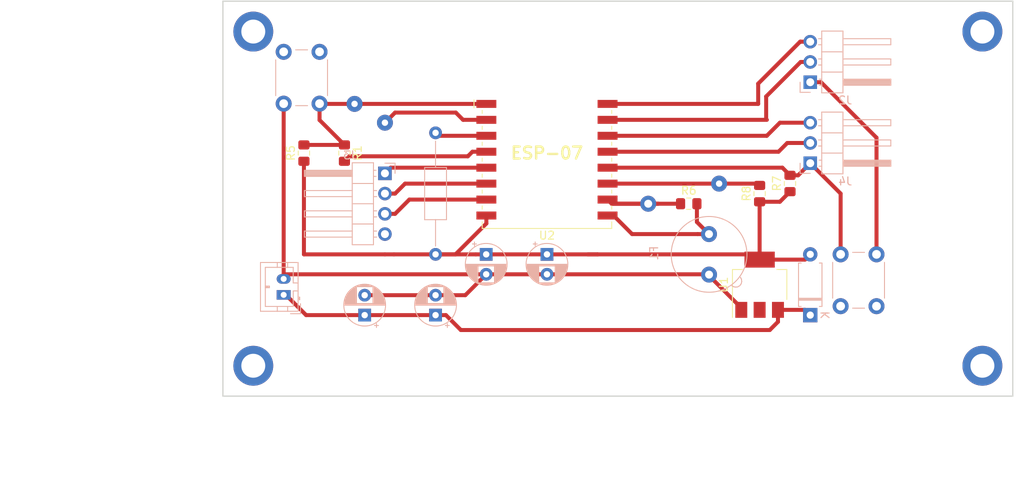
<source format=kicad_pcb>
(kicad_pcb (version 20171130) (host pcbnew "(5.0.0)")

  (general
    (thickness 1.6)
    (drawings 7)
    (tracks 111)
    (zones 0)
    (modules 20)
    (nets 21)
  )

  (page A4)
  (title_block
    (title "Удаленный счетчик импульсов")
    (rev 1)
  )

  (layers
    (0 F.Cu signal)
    (31 B.Cu signal)
    (32 B.Adhes user)
    (33 F.Adhes user)
    (34 B.Paste user)
    (35 F.Paste user)
    (36 B.SilkS user)
    (37 F.SilkS user)
    (38 B.Mask user)
    (39 F.Mask user hide)
    (40 Dwgs.User user)
    (41 Cmts.User user)
    (42 Eco1.User user)
    (43 Eco2.User user)
    (44 Edge.Cuts user)
    (45 Margin user)
    (46 B.CrtYd user)
    (47 F.CrtYd user)
    (48 B.Fab user)
    (49 F.Fab user)
  )

  (setup
    (last_trace_width 0.5)
    (trace_clearance 0.5)
    (zone_clearance 0.508)
    (zone_45_only no)
    (trace_min 0.2)
    (segment_width 0.2)
    (edge_width 0.15)
    (via_size 1)
    (via_drill 0.4)
    (via_min_size 0.4)
    (via_min_drill 0.3)
    (uvia_size 0.3)
    (uvia_drill 0.1)
    (uvias_allowed no)
    (uvia_min_size 0.2)
    (uvia_min_drill 0.1)
    (pcb_text_width 0.3)
    (pcb_text_size 1.5 1.5)
    (mod_edge_width 0.15)
    (mod_text_size 1 1)
    (mod_text_width 0.15)
    (pad_size 2 2)
    (pad_drill 0.8)
    (pad_to_mask_clearance 0.2)
    (aux_axis_origin 0 0)
    (visible_elements FFFFFF7F)
    (pcbplotparams
      (layerselection 0x010fc_ffffffff)
      (usegerberextensions false)
      (usegerberattributes false)
      (usegerberadvancedattributes false)
      (creategerberjobfile false)
      (excludeedgelayer true)
      (linewidth 0.500000)
      (plotframeref false)
      (viasonmask false)
      (mode 1)
      (useauxorigin false)
      (hpglpennumber 1)
      (hpglpenspeed 20)
      (hpglpendiameter 15.000000)
      (psnegative false)
      (psa4output false)
      (plotreference true)
      (plotvalue true)
      (plotinvisibletext false)
      (padsonsilk false)
      (subtractmaskfromsilk false)
      (outputformat 1)
      (mirror false)
      (drillshape 1)
      (scaleselection 1)
      (outputdirectory ""))
  )

  (net 0 "")
  (net 1 "Net-(C1-Pad2)")
  (net 2 "Net-(C1-Pad1)")
  (net 3 "Net-(C2-Pad1)")
  (net 4 /TXtoRX)
  (net 5 /RXtoTX)
  (net 6 /HSPI_MISO)
  (net 7 /HSPI_MOSI)
  (net 8 /HSPI_CLK)
  (net 9 /HSPICS)
  (net 10 /GPIO5)
  (net 11 /GPIO4)
  (net 12 /GPIO2)
  (net 13 "Net-(R1-Pad1)")
  (net 14 /deepsleep)
  (net 15 "Net-(R4-Pad2)")
  (net 16 "Net-(U2-Pad2)")
  (net 17 /GIPO0)
  (net 18 "Net-(F1-Pad1)")
  (net 19 "Net-(J3-Pad4)")
  (net 20 "Net-(J2-Pad1)")

  (net_class Default "Это класс цепей по умолчанию."
    (clearance 0.5)
    (trace_width 0.5)
    (via_dia 1)
    (via_drill 0.4)
    (uvia_dia 0.3)
    (uvia_drill 0.1)
    (diff_pair_gap 0.5)
    (diff_pair_width 0.5)
    (add_net /GIPO0)
    (add_net /GPIO2)
    (add_net /GPIO4)
    (add_net /GPIO5)
    (add_net /HSPICS)
    (add_net /HSPI_CLK)
    (add_net /HSPI_MISO)
    (add_net /HSPI_MOSI)
    (add_net /RXtoTX)
    (add_net /TXtoRX)
    (add_net /deepsleep)
    (add_net "Net-(C1-Pad1)")
    (add_net "Net-(C1-Pad2)")
    (add_net "Net-(C2-Pad1)")
    (add_net "Net-(F1-Pad1)")
    (add_net "Net-(J2-Pad1)")
    (add_net "Net-(J3-Pad4)")
    (add_net "Net-(R1-Pad1)")
    (add_net "Net-(R4-Pad2)")
    (add_net "Net-(U2-Pad2)")
  )

  (module RF_Module:ESP-07 (layer F.Cu) (tedit 5B9BA70A) (tstamp 5BA7ED95)
    (at 53.34 30.48)
    (descr "Wi-Fi Module, http://wiki.ai-thinker.com/_media/esp8266/docs/a007ps01a2_esp-07_product_specification_v1.2.pdf")
    (tags "Wi-Fi Module")
    (path /5B9B58E5)
    (attr smd)
    (fp_text reference U2 (at 0 11.6) (layer F.SilkS)
      (effects (font (size 1 1) (thickness 0.15)))
    )
    (fp_text value ESP-07 (at 0 9.6) (layer Dwgs.User)
      (effects (font (size 1 1) (thickness 0.15)))
    )
    (fp_text user %R (at 0 0) (layer F.Fab)
      (effects (font (size 1 1) (thickness 0.15)))
    )
    (fp_line (start -8 -10.6) (end 8 -10.6) (layer F.Fab) (width 0.1))
    (fp_line (start 8 -10.6) (end 8 10.6) (layer F.Fab) (width 0.1))
    (fp_line (start 8 10.6) (end -8 10.6) (layer F.Fab) (width 0.1))
    (fp_line (start -8 10.6) (end -8 -4.4) (layer F.Fab) (width 0.1))
    (fp_line (start -8 -4.4) (end -7.5 -4.9) (layer F.Fab) (width 0.1))
    (fp_line (start -7.5 -4.9) (end -8 -5.4) (layer F.Fab) (width 0.1))
    (fp_line (start -8 -5.4) (end -8 -10.6) (layer F.Fab) (width 0.1))
    (fp_line (start -9.1 -10.85) (end 9.1 -10.85) (layer F.CrtYd) (width 0.05))
    (fp_line (start 9.1 -10.85) (end 9.1 10.85) (layer F.CrtYd) (width 0.05))
    (fp_line (start 9.1 10.85) (end -9.1 10.85) (layer F.CrtYd) (width 0.05))
    (fp_line (start -9.1 10.85) (end -9.1 -10.85) (layer F.CrtYd) (width 0.05))
    (fp_line (start 8.12 9.9) (end 8.12 10.72) (layer F.SilkS) (width 0.12))
    (fp_line (start 8.12 10.72) (end -8.12 10.72) (layer F.SilkS) (width 0.12))
    (fp_line (start -8.12 10.72) (end -8.12 9.9) (layer F.SilkS) (width 0.12))
    (fp_line (start -9.15 -5.4) (end -9.15 -4.4) (layer F.SilkS) (width 0.12))
    (fp_line (start -8.12 8.3) (end -8.12 7.9) (layer F.SilkS) (width 0.12))
    (fp_line (start 8.12 8.3) (end 8.12 7.9) (layer F.SilkS) (width 0.12))
    (fp_line (start -8.12 6.3) (end -8.12 5.9) (layer F.SilkS) (width 0.12))
    (fp_line (start 8.12 6.3) (end 8.12 5.9) (layer F.SilkS) (width 0.12))
    (fp_line (start -8.12 4.3) (end -8.12 3.9) (layer F.SilkS) (width 0.12))
    (fp_line (start 8.12 4.3) (end 8.12 3.9) (layer F.SilkS) (width 0.12))
    (fp_line (start -8.12 2.3) (end -8.12 1.9) (layer F.SilkS) (width 0.12))
    (fp_line (start 8.12 2.3) (end 8.12 1.9) (layer F.SilkS) (width 0.12))
    (fp_line (start -8.12 0.3) (end -8.12 -0.1) (layer F.SilkS) (width 0.12))
    (fp_line (start 8.12 0.3) (end 8.12 -0.1) (layer F.SilkS) (width 0.12))
    (fp_line (start -8.12 -1.7) (end -8.12 -2.1) (layer F.SilkS) (width 0.12))
    (fp_line (start 8.12 -1.7) (end 8.12 -2.1) (layer F.SilkS) (width 0.12))
    (fp_line (start -8.12 -3.7) (end -8.12 -4.1) (layer F.SilkS) (width 0.12))
    (fp_line (start 8.12 -3.7) (end 8.12 -4.1) (layer F.SilkS) (width 0.12))
    (pad 1 smd rect (at -7.6 -4.9) (size 2.5 1) (layers F.Cu F.Paste F.Mask)
      (net 13 "Net-(R1-Pad1)"))
    (pad 2 smd rect (at -7.6 -2.9) (size 2.5 1) (layers F.Cu F.Paste F.Mask)
      (net 16 "Net-(U2-Pad2)"))
    (pad 3 smd rect (at -7.6 -0.9) (size 2.5 1) (layers F.Cu F.Paste F.Mask)
      (net 15 "Net-(R4-Pad2)"))
    (pad 4 smd rect (at -7.6 1.1) (size 2.5 1) (layers F.Cu F.Paste F.Mask)
      (net 14 /deepsleep))
    (pad 5 smd rect (at -7.6 3.1) (size 2.5 1) (layers F.Cu F.Paste F.Mask)
      (net 8 /HSPI_CLK))
    (pad 6 smd rect (at -7.6 5.1) (size 2.5 1) (layers F.Cu F.Paste F.Mask)
      (net 6 /HSPI_MISO))
    (pad 7 smd rect (at -7.6 7.1) (size 2.5 1) (layers F.Cu F.Paste F.Mask)
      (net 7 /HSPI_MOSI))
    (pad 8 smd rect (at -7.6 9.1) (size 2.5 1) (layers F.Cu F.Paste F.Mask)
      (net 3 "Net-(C2-Pad1)"))
    (pad 9 smd rect (at 7.6 9.1) (size 2.5 1) (layers F.Cu F.Paste F.Mask)
      (net 18 "Net-(F1-Pad1)"))
    (pad 10 smd rect (at 7.6 7.1) (size 2.5 1) (layers F.Cu F.Paste F.Mask)
      (net 9 /HSPICS))
    (pad 11 smd rect (at 7.6 5.1) (size 2.5 1) (layers F.Cu F.Paste F.Mask)
      (net 12 /GPIO2))
    (pad 12 smd rect (at 7.6 3.1) (size 2.5 1) (layers F.Cu F.Paste F.Mask)
      (net 17 /GIPO0))
    (pad 13 smd rect (at 7.6 1.1) (size 2.5 1) (layers F.Cu F.Paste F.Mask)
      (net 11 /GPIO4))
    (pad 14 smd rect (at 7.6 -0.9) (size 2.5 1) (layers F.Cu F.Paste F.Mask)
      (net 10 /GPIO5))
    (pad 15 smd rect (at 7.6 -2.9) (size 2.5 1) (layers F.Cu F.Paste F.Mask)
      (net 5 /RXtoTX))
    (pad 16 smd rect (at 7.6 -4.9) (size 2.5 1) (layers F.Cu F.Paste F.Mask)
      (net 4 /TXtoRX))
    (model ${KISYS3DMOD}/RF_Module.3dshapes/ESP-07.wrl
      (at (xyz 0 0 0))
      (scale (xyz 1 1 1))
      (rotate (xyz 0 0 0))
    )
  )

  (module Fuse:Fuseholder_TR5_Littlefuse_No560_No460 (layer B.Cu) (tedit 5A1C8972) (tstamp 5BB45A14)
    (at 73.66 41.91 270)
    (descr "Fuse, Fuseholder, TR5, Littlefuse/Wickmann, No. 460, No560,")
    (tags "Fuse Fuseholder TR5 Littlefuse/Wickmann No. 460 No560 ")
    (path /5B9E08D4)
    (fp_text reference F1 (at 2.39 6.89 270) (layer B.SilkS)
      (effects (font (size 1 1) (thickness 0.15)) (justify mirror))
    )
    (fp_text value Fuse (at 2.39 -7.43 270) (layer B.Fab)
      (effects (font (size 1 1) (thickness 0.15)) (justify mirror))
    )
    (fp_circle (center 2.54 -0.01) (end 7.29 -0.01) (layer B.SilkS) (width 0.12))
    (fp_circle (center 2.55 0) (end 7.25 0) (layer B.Fab) (width 0.1))
    (fp_line (start 7.54 -5.01) (end -2.46 -5.01) (layer B.CrtYd) (width 0.05))
    (fp_line (start 7.54 -5.01) (end 7.54 4.99) (layer B.CrtYd) (width 0.05))
    (fp_line (start -2.46 4.99) (end -2.46 -5.01) (layer B.CrtYd) (width 0.05))
    (fp_line (start -2.46 4.99) (end 7.54 4.99) (layer B.CrtYd) (width 0.05))
    (fp_line (start 5.49 -3.99) (end 5.36 -3.84) (layer B.SilkS) (width 0.12))
    (fp_line (start 5.67 -4.07) (end 5.49 -3.99) (layer B.SilkS) (width 0.12))
    (fp_line (start 5.96 -4.11) (end 5.67 -4.07) (layer B.SilkS) (width 0.12))
    (fp_line (start 6.25 -4.03) (end 5.96 -4.11) (layer B.SilkS) (width 0.12))
    (fp_line (start 6.47 -3.86) (end 6.25 -4.03) (layer B.SilkS) (width 0.12))
    (fp_line (start 6.62 -3.6) (end 6.47 -3.86) (layer B.SilkS) (width 0.12))
    (fp_line (start 6.65 -3.34) (end 6.62 -3.6) (layer B.SilkS) (width 0.12))
    (fp_line (start 6.6 -3.09) (end 6.65 -3.34) (layer B.SilkS) (width 0.12))
    (fp_line (start 6.51 -2.93) (end 6.6 -3.09) (layer B.SilkS) (width 0.12))
    (fp_line (start 6.39 -2.79) (end 6.51 -2.93) (layer B.SilkS) (width 0.12))
    (fp_line (start 6.34 -2.74) (end 6.46 -2.88) (layer B.Fab) (width 0.1))
    (fp_line (start 6.46 -2.88) (end 6.55 -3.04) (layer B.Fab) (width 0.1))
    (fp_line (start 6.55 -3.04) (end 6.6 -3.29) (layer B.Fab) (width 0.1))
    (fp_line (start 6.6 -3.29) (end 6.57 -3.55) (layer B.Fab) (width 0.1))
    (fp_line (start 6.57 -3.55) (end 6.42 -3.81) (layer B.Fab) (width 0.1))
    (fp_line (start 6.42 -3.81) (end 6.2 -3.98) (layer B.Fab) (width 0.1))
    (fp_line (start 6.2 -3.98) (end 5.91 -4.06) (layer B.Fab) (width 0.1))
    (fp_line (start 5.91 -4.06) (end 5.62 -4.02) (layer B.Fab) (width 0.1))
    (fp_line (start 5.62 -4.02) (end 5.44 -3.94) (layer B.Fab) (width 0.1))
    (fp_line (start 5.44 -3.94) (end 5.31 -3.79) (layer B.Fab) (width 0.1))
    (fp_text user %R (at 2.75 2.75 270) (layer B.Fab)
      (effects (font (size 1 1) (thickness 0.15)) (justify mirror))
    )
    (pad 2 thru_hole circle (at 5.08 -0.01 270) (size 2 2) (drill 1) (layers *.Cu *.Mask)
      (net 1 "Net-(C1-Pad2)"))
    (pad 1 thru_hole circle (at 0 0 270) (size 2 2) (drill 1) (layers *.Cu *.Mask)
      (net 18 "Net-(F1-Pad1)"))
    (model ${KISYS3DMOD}/Fuse.3dshapes/Fuseholder_TR5_Littlefuse_No560_No460.wrl
      (at (xyz 0 0 0))
      (scale (xyz 1 1 1))
      (rotate (xyz 0 0 0))
    )
  )

  (module Capacitor_THT:CP_Radial_D5.0mm_P2.50mm (layer B.Cu) (tedit 5B9BA4A7) (tstamp 5BA7EB98)
    (at 53.34 44.45 270)
    (descr "CP, Radial series, Radial, pin pitch=2.50mm, , diameter=5mm, Electrolytic Capacitor")
    (tags "CP Radial series Radial pin pitch 2.50mm  diameter 5mm Electrolytic Capacitor")
    (path /5B9D90B0)
    (fp_text reference C4 (at 1.25 3.75 270) (layer Dwgs.User)
      (effects (font (size 1 1) (thickness 0.15)))
    )
    (fp_text value 0.1uF (at 1.25 -3.75 270) (layer B.Fab)
      (effects (font (size 1 1) (thickness 0.15)) (justify mirror))
    )
    (fp_circle (center 1.25 0) (end 3.75 0) (layer B.Fab) (width 0.1))
    (fp_circle (center 1.25 0) (end 3.87 0) (layer B.SilkS) (width 0.12))
    (fp_circle (center 1.25 0) (end 4 0) (layer B.CrtYd) (width 0.05))
    (fp_line (start -0.883605 1.0875) (end -0.383605 1.0875) (layer B.Fab) (width 0.1))
    (fp_line (start -0.633605 1.3375) (end -0.633605 0.8375) (layer B.Fab) (width 0.1))
    (fp_line (start 1.25 2.58) (end 1.25 -2.58) (layer B.SilkS) (width 0.12))
    (fp_line (start 1.29 2.58) (end 1.29 -2.58) (layer B.SilkS) (width 0.12))
    (fp_line (start 1.33 2.579) (end 1.33 -2.579) (layer B.SilkS) (width 0.12))
    (fp_line (start 1.37 2.578) (end 1.37 -2.578) (layer B.SilkS) (width 0.12))
    (fp_line (start 1.41 2.576) (end 1.41 -2.576) (layer B.SilkS) (width 0.12))
    (fp_line (start 1.45 2.573) (end 1.45 -2.573) (layer B.SilkS) (width 0.12))
    (fp_line (start 1.49 2.569) (end 1.49 1.04) (layer B.SilkS) (width 0.12))
    (fp_line (start 1.49 -1.04) (end 1.49 -2.569) (layer B.SilkS) (width 0.12))
    (fp_line (start 1.53 2.565) (end 1.53 1.04) (layer B.SilkS) (width 0.12))
    (fp_line (start 1.53 -1.04) (end 1.53 -2.565) (layer B.SilkS) (width 0.12))
    (fp_line (start 1.57 2.561) (end 1.57 1.04) (layer B.SilkS) (width 0.12))
    (fp_line (start 1.57 -1.04) (end 1.57 -2.561) (layer B.SilkS) (width 0.12))
    (fp_line (start 1.61 2.556) (end 1.61 1.04) (layer B.SilkS) (width 0.12))
    (fp_line (start 1.61 -1.04) (end 1.61 -2.556) (layer B.SilkS) (width 0.12))
    (fp_line (start 1.65 2.55) (end 1.65 1.04) (layer B.SilkS) (width 0.12))
    (fp_line (start 1.65 -1.04) (end 1.65 -2.55) (layer B.SilkS) (width 0.12))
    (fp_line (start 1.69 2.543) (end 1.69 1.04) (layer B.SilkS) (width 0.12))
    (fp_line (start 1.69 -1.04) (end 1.69 -2.543) (layer B.SilkS) (width 0.12))
    (fp_line (start 1.73 2.536) (end 1.73 1.04) (layer B.SilkS) (width 0.12))
    (fp_line (start 1.73 -1.04) (end 1.73 -2.536) (layer B.SilkS) (width 0.12))
    (fp_line (start 1.77 2.528) (end 1.77 1.04) (layer B.SilkS) (width 0.12))
    (fp_line (start 1.77 -1.04) (end 1.77 -2.528) (layer B.SilkS) (width 0.12))
    (fp_line (start 1.81 2.52) (end 1.81 1.04) (layer B.SilkS) (width 0.12))
    (fp_line (start 1.81 -1.04) (end 1.81 -2.52) (layer B.SilkS) (width 0.12))
    (fp_line (start 1.85 2.511) (end 1.85 1.04) (layer B.SilkS) (width 0.12))
    (fp_line (start 1.85 -1.04) (end 1.85 -2.511) (layer B.SilkS) (width 0.12))
    (fp_line (start 1.89 2.501) (end 1.89 1.04) (layer B.SilkS) (width 0.12))
    (fp_line (start 1.89 -1.04) (end 1.89 -2.501) (layer B.SilkS) (width 0.12))
    (fp_line (start 1.93 2.491) (end 1.93 1.04) (layer B.SilkS) (width 0.12))
    (fp_line (start 1.93 -1.04) (end 1.93 -2.491) (layer B.SilkS) (width 0.12))
    (fp_line (start 1.971 2.48) (end 1.971 1.04) (layer B.SilkS) (width 0.12))
    (fp_line (start 1.971 -1.04) (end 1.971 -2.48) (layer B.SilkS) (width 0.12))
    (fp_line (start 2.011 2.468) (end 2.011 1.04) (layer B.SilkS) (width 0.12))
    (fp_line (start 2.011 -1.04) (end 2.011 -2.468) (layer B.SilkS) (width 0.12))
    (fp_line (start 2.051 2.455) (end 2.051 1.04) (layer B.SilkS) (width 0.12))
    (fp_line (start 2.051 -1.04) (end 2.051 -2.455) (layer B.SilkS) (width 0.12))
    (fp_line (start 2.091 2.442) (end 2.091 1.04) (layer B.SilkS) (width 0.12))
    (fp_line (start 2.091 -1.04) (end 2.091 -2.442) (layer B.SilkS) (width 0.12))
    (fp_line (start 2.131 2.428) (end 2.131 1.04) (layer B.SilkS) (width 0.12))
    (fp_line (start 2.131 -1.04) (end 2.131 -2.428) (layer B.SilkS) (width 0.12))
    (fp_line (start 2.171 2.414) (end 2.171 1.04) (layer B.SilkS) (width 0.12))
    (fp_line (start 2.171 -1.04) (end 2.171 -2.414) (layer B.SilkS) (width 0.12))
    (fp_line (start 2.211 2.398) (end 2.211 1.04) (layer B.SilkS) (width 0.12))
    (fp_line (start 2.211 -1.04) (end 2.211 -2.398) (layer B.SilkS) (width 0.12))
    (fp_line (start 2.251 2.382) (end 2.251 1.04) (layer B.SilkS) (width 0.12))
    (fp_line (start 2.251 -1.04) (end 2.251 -2.382) (layer B.SilkS) (width 0.12))
    (fp_line (start 2.291 2.365) (end 2.291 1.04) (layer B.SilkS) (width 0.12))
    (fp_line (start 2.291 -1.04) (end 2.291 -2.365) (layer B.SilkS) (width 0.12))
    (fp_line (start 2.331 2.348) (end 2.331 1.04) (layer B.SilkS) (width 0.12))
    (fp_line (start 2.331 -1.04) (end 2.331 -2.348) (layer B.SilkS) (width 0.12))
    (fp_line (start 2.371 2.329) (end 2.371 1.04) (layer B.SilkS) (width 0.12))
    (fp_line (start 2.371 -1.04) (end 2.371 -2.329) (layer B.SilkS) (width 0.12))
    (fp_line (start 2.411 2.31) (end 2.411 1.04) (layer B.SilkS) (width 0.12))
    (fp_line (start 2.411 -1.04) (end 2.411 -2.31) (layer B.SilkS) (width 0.12))
    (fp_line (start 2.451 2.29) (end 2.451 1.04) (layer B.SilkS) (width 0.12))
    (fp_line (start 2.451 -1.04) (end 2.451 -2.29) (layer B.SilkS) (width 0.12))
    (fp_line (start 2.491 2.268) (end 2.491 1.04) (layer B.SilkS) (width 0.12))
    (fp_line (start 2.491 -1.04) (end 2.491 -2.268) (layer B.SilkS) (width 0.12))
    (fp_line (start 2.531 2.247) (end 2.531 1.04) (layer B.SilkS) (width 0.12))
    (fp_line (start 2.531 -1.04) (end 2.531 -2.247) (layer B.SilkS) (width 0.12))
    (fp_line (start 2.571 2.224) (end 2.571 1.04) (layer B.SilkS) (width 0.12))
    (fp_line (start 2.571 -1.04) (end 2.571 -2.224) (layer B.SilkS) (width 0.12))
    (fp_line (start 2.611 2.2) (end 2.611 1.04) (layer B.SilkS) (width 0.12))
    (fp_line (start 2.611 -1.04) (end 2.611 -2.2) (layer B.SilkS) (width 0.12))
    (fp_line (start 2.651 2.175) (end 2.651 1.04) (layer B.SilkS) (width 0.12))
    (fp_line (start 2.651 -1.04) (end 2.651 -2.175) (layer B.SilkS) (width 0.12))
    (fp_line (start 2.691 2.149) (end 2.691 1.04) (layer B.SilkS) (width 0.12))
    (fp_line (start 2.691 -1.04) (end 2.691 -2.149) (layer B.SilkS) (width 0.12))
    (fp_line (start 2.731 2.122) (end 2.731 1.04) (layer B.SilkS) (width 0.12))
    (fp_line (start 2.731 -1.04) (end 2.731 -2.122) (layer B.SilkS) (width 0.12))
    (fp_line (start 2.771 2.095) (end 2.771 1.04) (layer B.SilkS) (width 0.12))
    (fp_line (start 2.771 -1.04) (end 2.771 -2.095) (layer B.SilkS) (width 0.12))
    (fp_line (start 2.811 2.065) (end 2.811 1.04) (layer B.SilkS) (width 0.12))
    (fp_line (start 2.811 -1.04) (end 2.811 -2.065) (layer B.SilkS) (width 0.12))
    (fp_line (start 2.851 2.035) (end 2.851 1.04) (layer B.SilkS) (width 0.12))
    (fp_line (start 2.851 -1.04) (end 2.851 -2.035) (layer B.SilkS) (width 0.12))
    (fp_line (start 2.891 2.004) (end 2.891 1.04) (layer B.SilkS) (width 0.12))
    (fp_line (start 2.891 -1.04) (end 2.891 -2.004) (layer B.SilkS) (width 0.12))
    (fp_line (start 2.931 1.971) (end 2.931 1.04) (layer B.SilkS) (width 0.12))
    (fp_line (start 2.931 -1.04) (end 2.931 -1.971) (layer B.SilkS) (width 0.12))
    (fp_line (start 2.971 1.937) (end 2.971 1.04) (layer B.SilkS) (width 0.12))
    (fp_line (start 2.971 -1.04) (end 2.971 -1.937) (layer B.SilkS) (width 0.12))
    (fp_line (start 3.011 1.901) (end 3.011 1.04) (layer B.SilkS) (width 0.12))
    (fp_line (start 3.011 -1.04) (end 3.011 -1.901) (layer B.SilkS) (width 0.12))
    (fp_line (start 3.051 1.864) (end 3.051 1.04) (layer B.SilkS) (width 0.12))
    (fp_line (start 3.051 -1.04) (end 3.051 -1.864) (layer B.SilkS) (width 0.12))
    (fp_line (start 3.091 1.826) (end 3.091 1.04) (layer B.SilkS) (width 0.12))
    (fp_line (start 3.091 -1.04) (end 3.091 -1.826) (layer B.SilkS) (width 0.12))
    (fp_line (start 3.131 1.785) (end 3.131 1.04) (layer B.SilkS) (width 0.12))
    (fp_line (start 3.131 -1.04) (end 3.131 -1.785) (layer B.SilkS) (width 0.12))
    (fp_line (start 3.171 1.743) (end 3.171 1.04) (layer B.SilkS) (width 0.12))
    (fp_line (start 3.171 -1.04) (end 3.171 -1.743) (layer B.SilkS) (width 0.12))
    (fp_line (start 3.211 1.699) (end 3.211 1.04) (layer B.SilkS) (width 0.12))
    (fp_line (start 3.211 -1.04) (end 3.211 -1.699) (layer B.SilkS) (width 0.12))
    (fp_line (start 3.251 1.653) (end 3.251 1.04) (layer B.SilkS) (width 0.12))
    (fp_line (start 3.251 -1.04) (end 3.251 -1.653) (layer B.SilkS) (width 0.12))
    (fp_line (start 3.291 1.605) (end 3.291 1.04) (layer B.SilkS) (width 0.12))
    (fp_line (start 3.291 -1.04) (end 3.291 -1.605) (layer B.SilkS) (width 0.12))
    (fp_line (start 3.331 1.554) (end 3.331 1.04) (layer B.SilkS) (width 0.12))
    (fp_line (start 3.331 -1.04) (end 3.331 -1.554) (layer B.SilkS) (width 0.12))
    (fp_line (start 3.371 1.5) (end 3.371 1.04) (layer B.SilkS) (width 0.12))
    (fp_line (start 3.371 -1.04) (end 3.371 -1.5) (layer B.SilkS) (width 0.12))
    (fp_line (start 3.411 1.443) (end 3.411 1.04) (layer B.SilkS) (width 0.12))
    (fp_line (start 3.411 -1.04) (end 3.411 -1.443) (layer B.SilkS) (width 0.12))
    (fp_line (start 3.451 1.383) (end 3.451 1.04) (layer B.SilkS) (width 0.12))
    (fp_line (start 3.451 -1.04) (end 3.451 -1.383) (layer B.SilkS) (width 0.12))
    (fp_line (start 3.491 1.319) (end 3.491 1.04) (layer B.SilkS) (width 0.12))
    (fp_line (start 3.491 -1.04) (end 3.491 -1.319) (layer B.SilkS) (width 0.12))
    (fp_line (start 3.531 1.251) (end 3.531 1.04) (layer B.SilkS) (width 0.12))
    (fp_line (start 3.531 -1.04) (end 3.531 -1.251) (layer B.SilkS) (width 0.12))
    (fp_line (start 3.571 1.178) (end 3.571 -1.178) (layer B.SilkS) (width 0.12))
    (fp_line (start 3.611 1.098) (end 3.611 -1.098) (layer B.SilkS) (width 0.12))
    (fp_line (start 3.651 1.011) (end 3.651 -1.011) (layer B.SilkS) (width 0.12))
    (fp_line (start 3.691 0.915) (end 3.691 -0.915) (layer B.SilkS) (width 0.12))
    (fp_line (start 3.731 0.805) (end 3.731 -0.805) (layer B.SilkS) (width 0.12))
    (fp_line (start 3.771 0.677) (end 3.771 -0.677) (layer B.SilkS) (width 0.12))
    (fp_line (start 3.811 0.518) (end 3.811 -0.518) (layer B.SilkS) (width 0.12))
    (fp_line (start 3.851 0.284) (end 3.851 -0.284) (layer B.SilkS) (width 0.12))
    (fp_line (start -1.554775 1.475) (end -1.054775 1.475) (layer B.SilkS) (width 0.12))
    (fp_line (start -1.304775 1.725) (end -1.304775 1.225) (layer B.SilkS) (width 0.12))
    (fp_text user %R (at 1.25 0 270) (layer B.Fab)
      (effects (font (size 1 1) (thickness 0.15)) (justify mirror))
    )
    (pad 1 thru_hole rect (at 0 0 270) (size 1.6 1.6) (drill 0.8) (layers *.Cu *.Mask)
      (net 3 "Net-(C2-Pad1)"))
    (pad 2 thru_hole circle (at 2.5 0 270) (size 1.6 1.6) (drill 0.8) (layers *.Cu *.Mask)
      (net 1 "Net-(C1-Pad2)"))
    (model ${KISYS3DMOD}/Capacitor_THT.3dshapes/CP_Radial_D5.0mm_P2.50mm.wrl
      (at (xyz 0 0 0))
      (scale (xyz 1 1 1))
      (rotate (xyz 0 0 0))
    )
  )

  (module Capacitor_THT:CP_Radial_D5.0mm_P2.50mm (layer B.Cu) (tedit 5B9BA4F3) (tstamp 5BA7EA0C)
    (at 39.37 52.07 90)
    (descr "CP, Radial series, Radial, pin pitch=2.50mm, , diameter=5mm, Electrolytic Capacitor")
    (tags "CP Radial series Radial pin pitch 2.50mm  diameter 5mm Electrolytic Capacitor")
    (path /5B9B9817)
    (fp_text reference C1 (at 1.25 3.75 90) (layer Dwgs.User)
      (effects (font (size 1 1) (thickness 0.15)))
    )
    (fp_text value 10uF (at 1.25 -3.75) (layer B.Fab)
      (effects (font (size 1 1) (thickness 0.15)) (justify mirror))
    )
    (fp_text user %R (at 1.25 0 90) (layer B.Fab)
      (effects (font (size 1 1) (thickness 0.15)) (justify mirror))
    )
    (fp_line (start -1.304775 1.725) (end -1.304775 1.225) (layer B.SilkS) (width 0.12))
    (fp_line (start -1.554775 1.475) (end -1.054775 1.475) (layer B.SilkS) (width 0.12))
    (fp_line (start 3.851 0.284) (end 3.851 -0.284) (layer B.SilkS) (width 0.12))
    (fp_line (start 3.811 0.518) (end 3.811 -0.518) (layer B.SilkS) (width 0.12))
    (fp_line (start 3.771 0.677) (end 3.771 -0.677) (layer B.SilkS) (width 0.12))
    (fp_line (start 3.731 0.805) (end 3.731 -0.805) (layer B.SilkS) (width 0.12))
    (fp_line (start 3.691 0.915) (end 3.691 -0.915) (layer B.SilkS) (width 0.12))
    (fp_line (start 3.651 1.011) (end 3.651 -1.011) (layer B.SilkS) (width 0.12))
    (fp_line (start 3.611 1.098) (end 3.611 -1.098) (layer B.SilkS) (width 0.12))
    (fp_line (start 3.571 1.178) (end 3.571 -1.178) (layer B.SilkS) (width 0.12))
    (fp_line (start 3.531 -1.04) (end 3.531 -1.251) (layer B.SilkS) (width 0.12))
    (fp_line (start 3.531 1.251) (end 3.531 1.04) (layer B.SilkS) (width 0.12))
    (fp_line (start 3.491 -1.04) (end 3.491 -1.319) (layer B.SilkS) (width 0.12))
    (fp_line (start 3.491 1.319) (end 3.491 1.04) (layer B.SilkS) (width 0.12))
    (fp_line (start 3.451 -1.04) (end 3.451 -1.383) (layer B.SilkS) (width 0.12))
    (fp_line (start 3.451 1.383) (end 3.451 1.04) (layer B.SilkS) (width 0.12))
    (fp_line (start 3.411 -1.04) (end 3.411 -1.443) (layer B.SilkS) (width 0.12))
    (fp_line (start 3.411 1.443) (end 3.411 1.04) (layer B.SilkS) (width 0.12))
    (fp_line (start 3.371 -1.04) (end 3.371 -1.5) (layer B.SilkS) (width 0.12))
    (fp_line (start 3.371 1.5) (end 3.371 1.04) (layer B.SilkS) (width 0.12))
    (fp_line (start 3.331 -1.04) (end 3.331 -1.554) (layer B.SilkS) (width 0.12))
    (fp_line (start 3.331 1.554) (end 3.331 1.04) (layer B.SilkS) (width 0.12))
    (fp_line (start 3.291 -1.04) (end 3.291 -1.605) (layer B.SilkS) (width 0.12))
    (fp_line (start 3.291 1.605) (end 3.291 1.04) (layer B.SilkS) (width 0.12))
    (fp_line (start 3.251 -1.04) (end 3.251 -1.653) (layer B.SilkS) (width 0.12))
    (fp_line (start 3.251 1.653) (end 3.251 1.04) (layer B.SilkS) (width 0.12))
    (fp_line (start 3.211 -1.04) (end 3.211 -1.699) (layer B.SilkS) (width 0.12))
    (fp_line (start 3.211 1.699) (end 3.211 1.04) (layer B.SilkS) (width 0.12))
    (fp_line (start 3.171 -1.04) (end 3.171 -1.743) (layer B.SilkS) (width 0.12))
    (fp_line (start 3.171 1.743) (end 3.171 1.04) (layer B.SilkS) (width 0.12))
    (fp_line (start 3.131 -1.04) (end 3.131 -1.785) (layer B.SilkS) (width 0.12))
    (fp_line (start 3.131 1.785) (end 3.131 1.04) (layer B.SilkS) (width 0.12))
    (fp_line (start 3.091 -1.04) (end 3.091 -1.826) (layer B.SilkS) (width 0.12))
    (fp_line (start 3.091 1.826) (end 3.091 1.04) (layer B.SilkS) (width 0.12))
    (fp_line (start 3.051 -1.04) (end 3.051 -1.864) (layer B.SilkS) (width 0.12))
    (fp_line (start 3.051 1.864) (end 3.051 1.04) (layer B.SilkS) (width 0.12))
    (fp_line (start 3.011 -1.04) (end 3.011 -1.901) (layer B.SilkS) (width 0.12))
    (fp_line (start 3.011 1.901) (end 3.011 1.04) (layer B.SilkS) (width 0.12))
    (fp_line (start 2.971 -1.04) (end 2.971 -1.937) (layer B.SilkS) (width 0.12))
    (fp_line (start 2.971 1.937) (end 2.971 1.04) (layer B.SilkS) (width 0.12))
    (fp_line (start 2.931 -1.04) (end 2.931 -1.971) (layer B.SilkS) (width 0.12))
    (fp_line (start 2.931 1.971) (end 2.931 1.04) (layer B.SilkS) (width 0.12))
    (fp_line (start 2.891 -1.04) (end 2.891 -2.004) (layer B.SilkS) (width 0.12))
    (fp_line (start 2.891 2.004) (end 2.891 1.04) (layer B.SilkS) (width 0.12))
    (fp_line (start 2.851 -1.04) (end 2.851 -2.035) (layer B.SilkS) (width 0.12))
    (fp_line (start 2.851 2.035) (end 2.851 1.04) (layer B.SilkS) (width 0.12))
    (fp_line (start 2.811 -1.04) (end 2.811 -2.065) (layer B.SilkS) (width 0.12))
    (fp_line (start 2.811 2.065) (end 2.811 1.04) (layer B.SilkS) (width 0.12))
    (fp_line (start 2.771 -1.04) (end 2.771 -2.095) (layer B.SilkS) (width 0.12))
    (fp_line (start 2.771 2.095) (end 2.771 1.04) (layer B.SilkS) (width 0.12))
    (fp_line (start 2.731 -1.04) (end 2.731 -2.122) (layer B.SilkS) (width 0.12))
    (fp_line (start 2.731 2.122) (end 2.731 1.04) (layer B.SilkS) (width 0.12))
    (fp_line (start 2.691 -1.04) (end 2.691 -2.149) (layer B.SilkS) (width 0.12))
    (fp_line (start 2.691 2.149) (end 2.691 1.04) (layer B.SilkS) (width 0.12))
    (fp_line (start 2.651 -1.04) (end 2.651 -2.175) (layer B.SilkS) (width 0.12))
    (fp_line (start 2.651 2.175) (end 2.651 1.04) (layer B.SilkS) (width 0.12))
    (fp_line (start 2.611 -1.04) (end 2.611 -2.2) (layer B.SilkS) (width 0.12))
    (fp_line (start 2.611 2.2) (end 2.611 1.04) (layer B.SilkS) (width 0.12))
    (fp_line (start 2.571 -1.04) (end 2.571 -2.224) (layer B.SilkS) (width 0.12))
    (fp_line (start 2.571 2.224) (end 2.571 1.04) (layer B.SilkS) (width 0.12))
    (fp_line (start 2.531 -1.04) (end 2.531 -2.247) (layer B.SilkS) (width 0.12))
    (fp_line (start 2.531 2.247) (end 2.531 1.04) (layer B.SilkS) (width 0.12))
    (fp_line (start 2.491 -1.04) (end 2.491 -2.268) (layer B.SilkS) (width 0.12))
    (fp_line (start 2.491 2.268) (end 2.491 1.04) (layer B.SilkS) (width 0.12))
    (fp_line (start 2.451 -1.04) (end 2.451 -2.29) (layer B.SilkS) (width 0.12))
    (fp_line (start 2.451 2.29) (end 2.451 1.04) (layer B.SilkS) (width 0.12))
    (fp_line (start 2.411 -1.04) (end 2.411 -2.31) (layer B.SilkS) (width 0.12))
    (fp_line (start 2.411 2.31) (end 2.411 1.04) (layer B.SilkS) (width 0.12))
    (fp_line (start 2.371 -1.04) (end 2.371 -2.329) (layer B.SilkS) (width 0.12))
    (fp_line (start 2.371 2.329) (end 2.371 1.04) (layer B.SilkS) (width 0.12))
    (fp_line (start 2.331 -1.04) (end 2.331 -2.348) (layer B.SilkS) (width 0.12))
    (fp_line (start 2.331 2.348) (end 2.331 1.04) (layer B.SilkS) (width 0.12))
    (fp_line (start 2.291 -1.04) (end 2.291 -2.365) (layer B.SilkS) (width 0.12))
    (fp_line (start 2.291 2.365) (end 2.291 1.04) (layer B.SilkS) (width 0.12))
    (fp_line (start 2.251 -1.04) (end 2.251 -2.382) (layer B.SilkS) (width 0.12))
    (fp_line (start 2.251 2.382) (end 2.251 1.04) (layer B.SilkS) (width 0.12))
    (fp_line (start 2.211 -1.04) (end 2.211 -2.398) (layer B.SilkS) (width 0.12))
    (fp_line (start 2.211 2.398) (end 2.211 1.04) (layer B.SilkS) (width 0.12))
    (fp_line (start 2.171 -1.04) (end 2.171 -2.414) (layer B.SilkS) (width 0.12))
    (fp_line (start 2.171 2.414) (end 2.171 1.04) (layer B.SilkS) (width 0.12))
    (fp_line (start 2.131 -1.04) (end 2.131 -2.428) (layer B.SilkS) (width 0.12))
    (fp_line (start 2.131 2.428) (end 2.131 1.04) (layer B.SilkS) (width 0.12))
    (fp_line (start 2.091 -1.04) (end 2.091 -2.442) (layer B.SilkS) (width 0.12))
    (fp_line (start 2.091 2.442) (end 2.091 1.04) (layer B.SilkS) (width 0.12))
    (fp_line (start 2.051 -1.04) (end 2.051 -2.455) (layer B.SilkS) (width 0.12))
    (fp_line (start 2.051 2.455) (end 2.051 1.04) (layer B.SilkS) (width 0.12))
    (fp_line (start 2.011 -1.04) (end 2.011 -2.468) (layer B.SilkS) (width 0.12))
    (fp_line (start 2.011 2.468) (end 2.011 1.04) (layer B.SilkS) (width 0.12))
    (fp_line (start 1.971 -1.04) (end 1.971 -2.48) (layer B.SilkS) (width 0.12))
    (fp_line (start 1.971 2.48) (end 1.971 1.04) (layer B.SilkS) (width 0.12))
    (fp_line (start 1.93 -1.04) (end 1.93 -2.491) (layer B.SilkS) (width 0.12))
    (fp_line (start 1.93 2.491) (end 1.93 1.04) (layer B.SilkS) (width 0.12))
    (fp_line (start 1.89 -1.04) (end 1.89 -2.501) (layer B.SilkS) (width 0.12))
    (fp_line (start 1.89 2.501) (end 1.89 1.04) (layer B.SilkS) (width 0.12))
    (fp_line (start 1.85 -1.04) (end 1.85 -2.511) (layer B.SilkS) (width 0.12))
    (fp_line (start 1.85 2.511) (end 1.85 1.04) (layer B.SilkS) (width 0.12))
    (fp_line (start 1.81 -1.04) (end 1.81 -2.52) (layer B.SilkS) (width 0.12))
    (fp_line (start 1.81 2.52) (end 1.81 1.04) (layer B.SilkS) (width 0.12))
    (fp_line (start 1.77 -1.04) (end 1.77 -2.528) (layer B.SilkS) (width 0.12))
    (fp_line (start 1.77 2.528) (end 1.77 1.04) (layer B.SilkS) (width 0.12))
    (fp_line (start 1.73 -1.04) (end 1.73 -2.536) (layer B.SilkS) (width 0.12))
    (fp_line (start 1.73 2.536) (end 1.73 1.04) (layer B.SilkS) (width 0.12))
    (fp_line (start 1.69 -1.04) (end 1.69 -2.543) (layer B.SilkS) (width 0.12))
    (fp_line (start 1.69 2.543) (end 1.69 1.04) (layer B.SilkS) (width 0.12))
    (fp_line (start 1.65 -1.04) (end 1.65 -2.55) (layer B.SilkS) (width 0.12))
    (fp_line (start 1.65 2.55) (end 1.65 1.04) (layer B.SilkS) (width 0.12))
    (fp_line (start 1.61 -1.04) (end 1.61 -2.556) (layer B.SilkS) (width 0.12))
    (fp_line (start 1.61 2.556) (end 1.61 1.04) (layer B.SilkS) (width 0.12))
    (fp_line (start 1.57 -1.04) (end 1.57 -2.561) (layer B.SilkS) (width 0.12))
    (fp_line (start 1.57 2.561) (end 1.57 1.04) (layer B.SilkS) (width 0.12))
    (fp_line (start 1.53 -1.04) (end 1.53 -2.565) (layer B.SilkS) (width 0.12))
    (fp_line (start 1.53 2.565) (end 1.53 1.04) (layer B.SilkS) (width 0.12))
    (fp_line (start 1.49 -1.04) (end 1.49 -2.569) (layer B.SilkS) (width 0.12))
    (fp_line (start 1.49 2.569) (end 1.49 1.04) (layer B.SilkS) (width 0.12))
    (fp_line (start 1.45 2.573) (end 1.45 -2.573) (layer B.SilkS) (width 0.12))
    (fp_line (start 1.41 2.576) (end 1.41 -2.576) (layer B.SilkS) (width 0.12))
    (fp_line (start 1.37 2.578) (end 1.37 -2.578) (layer B.SilkS) (width 0.12))
    (fp_line (start 1.33 2.579) (end 1.33 -2.579) (layer B.SilkS) (width 0.12))
    (fp_line (start 1.29 2.58) (end 1.29 -2.58) (layer B.SilkS) (width 0.12))
    (fp_line (start 1.25 2.58) (end 1.25 -2.58) (layer B.SilkS) (width 0.12))
    (fp_line (start -0.633605 1.3375) (end -0.633605 0.8375) (layer B.Fab) (width 0.1))
    (fp_line (start -0.883605 1.0875) (end -0.383605 1.0875) (layer B.Fab) (width 0.1))
    (fp_circle (center 1.25 0) (end 4 0) (layer B.CrtYd) (width 0.05))
    (fp_circle (center 1.25 0) (end 3.87 0) (layer B.SilkS) (width 0.12))
    (fp_circle (center 1.25 0) (end 3.75 0) (layer B.Fab) (width 0.1))
    (pad 2 thru_hole circle (at 2.5 0 90) (size 1.6 1.6) (drill 0.8) (layers *.Cu *.Mask)
      (net 1 "Net-(C1-Pad2)"))
    (pad 1 thru_hole rect (at 0 0 90) (size 1.6 1.6) (drill 0.8) (layers *.Cu *.Mask)
      (net 2 "Net-(C1-Pad1)"))
    (model ${KISYS3DMOD}/Capacitor_THT.3dshapes/CP_Radial_D5.0mm_P2.50mm.wrl
      (at (xyz 0 0 0))
      (scale (xyz 1 1 1))
      (rotate (xyz 0 0 0))
    )
  )

  (module Capacitor_THT:CP_Radial_D5.0mm_P2.50mm (layer B.Cu) (tedit 5B9BA4C6) (tstamp 5BA7EA90)
    (at 45.72 44.45 270)
    (descr "CP, Radial series, Radial, pin pitch=2.50mm, , diameter=5mm, Electrolytic Capacitor")
    (tags "CP Radial series Radial pin pitch 2.50mm  diameter 5mm Electrolytic Capacitor")
    (path /5B9BAE80)
    (fp_text reference C2 (at 1.25 3.75 270) (layer Dwgs.User)
      (effects (font (size 1 1) (thickness 0.15)))
    )
    (fp_text value 10uF (at 1.25 -3.75 270) (layer B.Fab)
      (effects (font (size 1 1) (thickness 0.15)) (justify mirror))
    )
    (fp_circle (center 1.25 0) (end 3.75 0) (layer B.Fab) (width 0.1))
    (fp_circle (center 1.25 0) (end 3.87 0) (layer B.SilkS) (width 0.12))
    (fp_circle (center 1.25 0) (end 4 0) (layer B.CrtYd) (width 0.05))
    (fp_line (start -0.883605 1.0875) (end -0.383605 1.0875) (layer B.Fab) (width 0.1))
    (fp_line (start -0.633605 1.3375) (end -0.633605 0.8375) (layer B.Fab) (width 0.1))
    (fp_line (start 1.25 2.58) (end 1.25 -2.58) (layer B.SilkS) (width 0.12))
    (fp_line (start 1.29 2.58) (end 1.29 -2.58) (layer B.SilkS) (width 0.12))
    (fp_line (start 1.33 2.579) (end 1.33 -2.579) (layer B.SilkS) (width 0.12))
    (fp_line (start 1.37 2.578) (end 1.37 -2.578) (layer B.SilkS) (width 0.12))
    (fp_line (start 1.41 2.576) (end 1.41 -2.576) (layer B.SilkS) (width 0.12))
    (fp_line (start 1.45 2.573) (end 1.45 -2.573) (layer B.SilkS) (width 0.12))
    (fp_line (start 1.49 2.569) (end 1.49 1.04) (layer B.SilkS) (width 0.12))
    (fp_line (start 1.49 -1.04) (end 1.49 -2.569) (layer B.SilkS) (width 0.12))
    (fp_line (start 1.53 2.565) (end 1.53 1.04) (layer B.SilkS) (width 0.12))
    (fp_line (start 1.53 -1.04) (end 1.53 -2.565) (layer B.SilkS) (width 0.12))
    (fp_line (start 1.57 2.561) (end 1.57 1.04) (layer B.SilkS) (width 0.12))
    (fp_line (start 1.57 -1.04) (end 1.57 -2.561) (layer B.SilkS) (width 0.12))
    (fp_line (start 1.61 2.556) (end 1.61 1.04) (layer B.SilkS) (width 0.12))
    (fp_line (start 1.61 -1.04) (end 1.61 -2.556) (layer B.SilkS) (width 0.12))
    (fp_line (start 1.65 2.55) (end 1.65 1.04) (layer B.SilkS) (width 0.12))
    (fp_line (start 1.65 -1.04) (end 1.65 -2.55) (layer B.SilkS) (width 0.12))
    (fp_line (start 1.69 2.543) (end 1.69 1.04) (layer B.SilkS) (width 0.12))
    (fp_line (start 1.69 -1.04) (end 1.69 -2.543) (layer B.SilkS) (width 0.12))
    (fp_line (start 1.73 2.536) (end 1.73 1.04) (layer B.SilkS) (width 0.12))
    (fp_line (start 1.73 -1.04) (end 1.73 -2.536) (layer B.SilkS) (width 0.12))
    (fp_line (start 1.77 2.528) (end 1.77 1.04) (layer B.SilkS) (width 0.12))
    (fp_line (start 1.77 -1.04) (end 1.77 -2.528) (layer B.SilkS) (width 0.12))
    (fp_line (start 1.81 2.52) (end 1.81 1.04) (layer B.SilkS) (width 0.12))
    (fp_line (start 1.81 -1.04) (end 1.81 -2.52) (layer B.SilkS) (width 0.12))
    (fp_line (start 1.85 2.511) (end 1.85 1.04) (layer B.SilkS) (width 0.12))
    (fp_line (start 1.85 -1.04) (end 1.85 -2.511) (layer B.SilkS) (width 0.12))
    (fp_line (start 1.89 2.501) (end 1.89 1.04) (layer B.SilkS) (width 0.12))
    (fp_line (start 1.89 -1.04) (end 1.89 -2.501) (layer B.SilkS) (width 0.12))
    (fp_line (start 1.93 2.491) (end 1.93 1.04) (layer B.SilkS) (width 0.12))
    (fp_line (start 1.93 -1.04) (end 1.93 -2.491) (layer B.SilkS) (width 0.12))
    (fp_line (start 1.971 2.48) (end 1.971 1.04) (layer B.SilkS) (width 0.12))
    (fp_line (start 1.971 -1.04) (end 1.971 -2.48) (layer B.SilkS) (width 0.12))
    (fp_line (start 2.011 2.468) (end 2.011 1.04) (layer B.SilkS) (width 0.12))
    (fp_line (start 2.011 -1.04) (end 2.011 -2.468) (layer B.SilkS) (width 0.12))
    (fp_line (start 2.051 2.455) (end 2.051 1.04) (layer B.SilkS) (width 0.12))
    (fp_line (start 2.051 -1.04) (end 2.051 -2.455) (layer B.SilkS) (width 0.12))
    (fp_line (start 2.091 2.442) (end 2.091 1.04) (layer B.SilkS) (width 0.12))
    (fp_line (start 2.091 -1.04) (end 2.091 -2.442) (layer B.SilkS) (width 0.12))
    (fp_line (start 2.131 2.428) (end 2.131 1.04) (layer B.SilkS) (width 0.12))
    (fp_line (start 2.131 -1.04) (end 2.131 -2.428) (layer B.SilkS) (width 0.12))
    (fp_line (start 2.171 2.414) (end 2.171 1.04) (layer B.SilkS) (width 0.12))
    (fp_line (start 2.171 -1.04) (end 2.171 -2.414) (layer B.SilkS) (width 0.12))
    (fp_line (start 2.211 2.398) (end 2.211 1.04) (layer B.SilkS) (width 0.12))
    (fp_line (start 2.211 -1.04) (end 2.211 -2.398) (layer B.SilkS) (width 0.12))
    (fp_line (start 2.251 2.382) (end 2.251 1.04) (layer B.SilkS) (width 0.12))
    (fp_line (start 2.251 -1.04) (end 2.251 -2.382) (layer B.SilkS) (width 0.12))
    (fp_line (start 2.291 2.365) (end 2.291 1.04) (layer B.SilkS) (width 0.12))
    (fp_line (start 2.291 -1.04) (end 2.291 -2.365) (layer B.SilkS) (width 0.12))
    (fp_line (start 2.331 2.348) (end 2.331 1.04) (layer B.SilkS) (width 0.12))
    (fp_line (start 2.331 -1.04) (end 2.331 -2.348) (layer B.SilkS) (width 0.12))
    (fp_line (start 2.371 2.329) (end 2.371 1.04) (layer B.SilkS) (width 0.12))
    (fp_line (start 2.371 -1.04) (end 2.371 -2.329) (layer B.SilkS) (width 0.12))
    (fp_line (start 2.411 2.31) (end 2.411 1.04) (layer B.SilkS) (width 0.12))
    (fp_line (start 2.411 -1.04) (end 2.411 -2.31) (layer B.SilkS) (width 0.12))
    (fp_line (start 2.451 2.29) (end 2.451 1.04) (layer B.SilkS) (width 0.12))
    (fp_line (start 2.451 -1.04) (end 2.451 -2.29) (layer B.SilkS) (width 0.12))
    (fp_line (start 2.491 2.268) (end 2.491 1.04) (layer B.SilkS) (width 0.12))
    (fp_line (start 2.491 -1.04) (end 2.491 -2.268) (layer B.SilkS) (width 0.12))
    (fp_line (start 2.531 2.247) (end 2.531 1.04) (layer B.SilkS) (width 0.12))
    (fp_line (start 2.531 -1.04) (end 2.531 -2.247) (layer B.SilkS) (width 0.12))
    (fp_line (start 2.571 2.224) (end 2.571 1.04) (layer B.SilkS) (width 0.12))
    (fp_line (start 2.571 -1.04) (end 2.571 -2.224) (layer B.SilkS) (width 0.12))
    (fp_line (start 2.611 2.2) (end 2.611 1.04) (layer B.SilkS) (width 0.12))
    (fp_line (start 2.611 -1.04) (end 2.611 -2.2) (layer B.SilkS) (width 0.12))
    (fp_line (start 2.651 2.175) (end 2.651 1.04) (layer B.SilkS) (width 0.12))
    (fp_line (start 2.651 -1.04) (end 2.651 -2.175) (layer B.SilkS) (width 0.12))
    (fp_line (start 2.691 2.149) (end 2.691 1.04) (layer B.SilkS) (width 0.12))
    (fp_line (start 2.691 -1.04) (end 2.691 -2.149) (layer B.SilkS) (width 0.12))
    (fp_line (start 2.731 2.122) (end 2.731 1.04) (layer B.SilkS) (width 0.12))
    (fp_line (start 2.731 -1.04) (end 2.731 -2.122) (layer B.SilkS) (width 0.12))
    (fp_line (start 2.771 2.095) (end 2.771 1.04) (layer B.SilkS) (width 0.12))
    (fp_line (start 2.771 -1.04) (end 2.771 -2.095) (layer B.SilkS) (width 0.12))
    (fp_line (start 2.811 2.065) (end 2.811 1.04) (layer B.SilkS) (width 0.12))
    (fp_line (start 2.811 -1.04) (end 2.811 -2.065) (layer B.SilkS) (width 0.12))
    (fp_line (start 2.851 2.035) (end 2.851 1.04) (layer B.SilkS) (width 0.12))
    (fp_line (start 2.851 -1.04) (end 2.851 -2.035) (layer B.SilkS) (width 0.12))
    (fp_line (start 2.891 2.004) (end 2.891 1.04) (layer B.SilkS) (width 0.12))
    (fp_line (start 2.891 -1.04) (end 2.891 -2.004) (layer B.SilkS) (width 0.12))
    (fp_line (start 2.931 1.971) (end 2.931 1.04) (layer B.SilkS) (width 0.12))
    (fp_line (start 2.931 -1.04) (end 2.931 -1.971) (layer B.SilkS) (width 0.12))
    (fp_line (start 2.971 1.937) (end 2.971 1.04) (layer B.SilkS) (width 0.12))
    (fp_line (start 2.971 -1.04) (end 2.971 -1.937) (layer B.SilkS) (width 0.12))
    (fp_line (start 3.011 1.901) (end 3.011 1.04) (layer B.SilkS) (width 0.12))
    (fp_line (start 3.011 -1.04) (end 3.011 -1.901) (layer B.SilkS) (width 0.12))
    (fp_line (start 3.051 1.864) (end 3.051 1.04) (layer B.SilkS) (width 0.12))
    (fp_line (start 3.051 -1.04) (end 3.051 -1.864) (layer B.SilkS) (width 0.12))
    (fp_line (start 3.091 1.826) (end 3.091 1.04) (layer B.SilkS) (width 0.12))
    (fp_line (start 3.091 -1.04) (end 3.091 -1.826) (layer B.SilkS) (width 0.12))
    (fp_line (start 3.131 1.785) (end 3.131 1.04) (layer B.SilkS) (width 0.12))
    (fp_line (start 3.131 -1.04) (end 3.131 -1.785) (layer B.SilkS) (width 0.12))
    (fp_line (start 3.171 1.743) (end 3.171 1.04) (layer B.SilkS) (width 0.12))
    (fp_line (start 3.171 -1.04) (end 3.171 -1.743) (layer B.SilkS) (width 0.12))
    (fp_line (start 3.211 1.699) (end 3.211 1.04) (layer B.SilkS) (width 0.12))
    (fp_line (start 3.211 -1.04) (end 3.211 -1.699) (layer B.SilkS) (width 0.12))
    (fp_line (start 3.251 1.653) (end 3.251 1.04) (layer B.SilkS) (width 0.12))
    (fp_line (start 3.251 -1.04) (end 3.251 -1.653) (layer B.SilkS) (width 0.12))
    (fp_line (start 3.291 1.605) (end 3.291 1.04) (layer B.SilkS) (width 0.12))
    (fp_line (start 3.291 -1.04) (end 3.291 -1.605) (layer B.SilkS) (width 0.12))
    (fp_line (start 3.331 1.554) (end 3.331 1.04) (layer B.SilkS) (width 0.12))
    (fp_line (start 3.331 -1.04) (end 3.331 -1.554) (layer B.SilkS) (width 0.12))
    (fp_line (start 3.371 1.5) (end 3.371 1.04) (layer B.SilkS) (width 0.12))
    (fp_line (start 3.371 -1.04) (end 3.371 -1.5) (layer B.SilkS) (width 0.12))
    (fp_line (start 3.411 1.443) (end 3.411 1.04) (layer B.SilkS) (width 0.12))
    (fp_line (start 3.411 -1.04) (end 3.411 -1.443) (layer B.SilkS) (width 0.12))
    (fp_line (start 3.451 1.383) (end 3.451 1.04) (layer B.SilkS) (width 0.12))
    (fp_line (start 3.451 -1.04) (end 3.451 -1.383) (layer B.SilkS) (width 0.12))
    (fp_line (start 3.491 1.319) (end 3.491 1.04) (layer B.SilkS) (width 0.12))
    (fp_line (start 3.491 -1.04) (end 3.491 -1.319) (layer B.SilkS) (width 0.12))
    (fp_line (start 3.531 1.251) (end 3.531 1.04) (layer B.SilkS) (width 0.12))
    (fp_line (start 3.531 -1.04) (end 3.531 -1.251) (layer B.SilkS) (width 0.12))
    (fp_line (start 3.571 1.178) (end 3.571 -1.178) (layer B.SilkS) (width 0.12))
    (fp_line (start 3.611 1.098) (end 3.611 -1.098) (layer B.SilkS) (width 0.12))
    (fp_line (start 3.651 1.011) (end 3.651 -1.011) (layer B.SilkS) (width 0.12))
    (fp_line (start 3.691 0.915) (end 3.691 -0.915) (layer B.SilkS) (width 0.12))
    (fp_line (start 3.731 0.805) (end 3.731 -0.805) (layer B.SilkS) (width 0.12))
    (fp_line (start 3.771 0.677) (end 3.771 -0.677) (layer B.SilkS) (width 0.12))
    (fp_line (start 3.811 0.518) (end 3.811 -0.518) (layer B.SilkS) (width 0.12))
    (fp_line (start 3.851 0.284) (end 3.851 -0.284) (layer B.SilkS) (width 0.12))
    (fp_line (start -1.554775 1.475) (end -1.054775 1.475) (layer B.SilkS) (width 0.12))
    (fp_line (start -1.304775 1.725) (end -1.304775 1.225) (layer B.SilkS) (width 0.12))
    (fp_text user %R (at 1.25 0 270) (layer B.Fab)
      (effects (font (size 1 1) (thickness 0.15)) (justify mirror))
    )
    (pad 1 thru_hole rect (at 0 0 270) (size 1.6 1.6) (drill 0.8) (layers *.Cu *.Mask)
      (net 3 "Net-(C2-Pad1)"))
    (pad 2 thru_hole circle (at 2.5 0 270) (size 1.6 1.6) (drill 0.8) (layers *.Cu *.Mask)
      (net 1 "Net-(C1-Pad2)"))
    (model ${KISYS3DMOD}/Capacitor_THT.3dshapes/CP_Radial_D5.0mm_P2.50mm.wrl
      (at (xyz 0 0 0))
      (scale (xyz 1 1 1))
      (rotate (xyz 0 0 0))
    )
  )

  (module Capacitor_THT:CP_Radial_D5.0mm_P2.50mm (layer B.Cu) (tedit 5B9BA4F8) (tstamp 5BA7EB14)
    (at 30.48 52.07 90)
    (descr "CP, Radial series, Radial, pin pitch=2.50mm, , diameter=5mm, Electrolytic Capacitor")
    (tags "CP Radial series Radial pin pitch 2.50mm  diameter 5mm Electrolytic Capacitor")
    (path /5B9D3E0B)
    (fp_text reference C3 (at 1.25 3.75 90) (layer Dwgs.User)
      (effects (font (size 1 1) (thickness 0.15)))
    )
    (fp_text value 0.1uF (at 1.25 -3.75 90) (layer B.Fab)
      (effects (font (size 1 1) (thickness 0.15)) (justify mirror))
    )
    (fp_text user %R (at 1.25 0 90) (layer B.Fab)
      (effects (font (size 1 1) (thickness 0.15)) (justify mirror))
    )
    (fp_line (start -1.304775 1.725) (end -1.304775 1.225) (layer B.SilkS) (width 0.12))
    (fp_line (start -1.554775 1.475) (end -1.054775 1.475) (layer B.SilkS) (width 0.12))
    (fp_line (start 3.851 0.284) (end 3.851 -0.284) (layer B.SilkS) (width 0.12))
    (fp_line (start 3.811 0.518) (end 3.811 -0.518) (layer B.SilkS) (width 0.12))
    (fp_line (start 3.771 0.677) (end 3.771 -0.677) (layer B.SilkS) (width 0.12))
    (fp_line (start 3.731 0.805) (end 3.731 -0.805) (layer B.SilkS) (width 0.12))
    (fp_line (start 3.691 0.915) (end 3.691 -0.915) (layer B.SilkS) (width 0.12))
    (fp_line (start 3.651 1.011) (end 3.651 -1.011) (layer B.SilkS) (width 0.12))
    (fp_line (start 3.611 1.098) (end 3.611 -1.098) (layer B.SilkS) (width 0.12))
    (fp_line (start 3.571 1.178) (end 3.571 -1.178) (layer B.SilkS) (width 0.12))
    (fp_line (start 3.531 -1.04) (end 3.531 -1.251) (layer B.SilkS) (width 0.12))
    (fp_line (start 3.531 1.251) (end 3.531 1.04) (layer B.SilkS) (width 0.12))
    (fp_line (start 3.491 -1.04) (end 3.491 -1.319) (layer B.SilkS) (width 0.12))
    (fp_line (start 3.491 1.319) (end 3.491 1.04) (layer B.SilkS) (width 0.12))
    (fp_line (start 3.451 -1.04) (end 3.451 -1.383) (layer B.SilkS) (width 0.12))
    (fp_line (start 3.451 1.383) (end 3.451 1.04) (layer B.SilkS) (width 0.12))
    (fp_line (start 3.411 -1.04) (end 3.411 -1.443) (layer B.SilkS) (width 0.12))
    (fp_line (start 3.411 1.443) (end 3.411 1.04) (layer B.SilkS) (width 0.12))
    (fp_line (start 3.371 -1.04) (end 3.371 -1.5) (layer B.SilkS) (width 0.12))
    (fp_line (start 3.371 1.5) (end 3.371 1.04) (layer B.SilkS) (width 0.12))
    (fp_line (start 3.331 -1.04) (end 3.331 -1.554) (layer B.SilkS) (width 0.12))
    (fp_line (start 3.331 1.554) (end 3.331 1.04) (layer B.SilkS) (width 0.12))
    (fp_line (start 3.291 -1.04) (end 3.291 -1.605) (layer B.SilkS) (width 0.12))
    (fp_line (start 3.291 1.605) (end 3.291 1.04) (layer B.SilkS) (width 0.12))
    (fp_line (start 3.251 -1.04) (end 3.251 -1.653) (layer B.SilkS) (width 0.12))
    (fp_line (start 3.251 1.653) (end 3.251 1.04) (layer B.SilkS) (width 0.12))
    (fp_line (start 3.211 -1.04) (end 3.211 -1.699) (layer B.SilkS) (width 0.12))
    (fp_line (start 3.211 1.699) (end 3.211 1.04) (layer B.SilkS) (width 0.12))
    (fp_line (start 3.171 -1.04) (end 3.171 -1.743) (layer B.SilkS) (width 0.12))
    (fp_line (start 3.171 1.743) (end 3.171 1.04) (layer B.SilkS) (width 0.12))
    (fp_line (start 3.131 -1.04) (end 3.131 -1.785) (layer B.SilkS) (width 0.12))
    (fp_line (start 3.131 1.785) (end 3.131 1.04) (layer B.SilkS) (width 0.12))
    (fp_line (start 3.091 -1.04) (end 3.091 -1.826) (layer B.SilkS) (width 0.12))
    (fp_line (start 3.091 1.826) (end 3.091 1.04) (layer B.SilkS) (width 0.12))
    (fp_line (start 3.051 -1.04) (end 3.051 -1.864) (layer B.SilkS) (width 0.12))
    (fp_line (start 3.051 1.864) (end 3.051 1.04) (layer B.SilkS) (width 0.12))
    (fp_line (start 3.011 -1.04) (end 3.011 -1.901) (layer B.SilkS) (width 0.12))
    (fp_line (start 3.011 1.901) (end 3.011 1.04) (layer B.SilkS) (width 0.12))
    (fp_line (start 2.971 -1.04) (end 2.971 -1.937) (layer B.SilkS) (width 0.12))
    (fp_line (start 2.971 1.937) (end 2.971 1.04) (layer B.SilkS) (width 0.12))
    (fp_line (start 2.931 -1.04) (end 2.931 -1.971) (layer B.SilkS) (width 0.12))
    (fp_line (start 2.931 1.971) (end 2.931 1.04) (layer B.SilkS) (width 0.12))
    (fp_line (start 2.891 -1.04) (end 2.891 -2.004) (layer B.SilkS) (width 0.12))
    (fp_line (start 2.891 2.004) (end 2.891 1.04) (layer B.SilkS) (width 0.12))
    (fp_line (start 2.851 -1.04) (end 2.851 -2.035) (layer B.SilkS) (width 0.12))
    (fp_line (start 2.851 2.035) (end 2.851 1.04) (layer B.SilkS) (width 0.12))
    (fp_line (start 2.811 -1.04) (end 2.811 -2.065) (layer B.SilkS) (width 0.12))
    (fp_line (start 2.811 2.065) (end 2.811 1.04) (layer B.SilkS) (width 0.12))
    (fp_line (start 2.771 -1.04) (end 2.771 -2.095) (layer B.SilkS) (width 0.12))
    (fp_line (start 2.771 2.095) (end 2.771 1.04) (layer B.SilkS) (width 0.12))
    (fp_line (start 2.731 -1.04) (end 2.731 -2.122) (layer B.SilkS) (width 0.12))
    (fp_line (start 2.731 2.122) (end 2.731 1.04) (layer B.SilkS) (width 0.12))
    (fp_line (start 2.691 -1.04) (end 2.691 -2.149) (layer B.SilkS) (width 0.12))
    (fp_line (start 2.691 2.149) (end 2.691 1.04) (layer B.SilkS) (width 0.12))
    (fp_line (start 2.651 -1.04) (end 2.651 -2.175) (layer B.SilkS) (width 0.12))
    (fp_line (start 2.651 2.175) (end 2.651 1.04) (layer B.SilkS) (width 0.12))
    (fp_line (start 2.611 -1.04) (end 2.611 -2.2) (layer B.SilkS) (width 0.12))
    (fp_line (start 2.611 2.2) (end 2.611 1.04) (layer B.SilkS) (width 0.12))
    (fp_line (start 2.571 -1.04) (end 2.571 -2.224) (layer B.SilkS) (width 0.12))
    (fp_line (start 2.571 2.224) (end 2.571 1.04) (layer B.SilkS) (width 0.12))
    (fp_line (start 2.531 -1.04) (end 2.531 -2.247) (layer B.SilkS) (width 0.12))
    (fp_line (start 2.531 2.247) (end 2.531 1.04) (layer B.SilkS) (width 0.12))
    (fp_line (start 2.491 -1.04) (end 2.491 -2.268) (layer B.SilkS) (width 0.12))
    (fp_line (start 2.491 2.268) (end 2.491 1.04) (layer B.SilkS) (width 0.12))
    (fp_line (start 2.451 -1.04) (end 2.451 -2.29) (layer B.SilkS) (width 0.12))
    (fp_line (start 2.451 2.29) (end 2.451 1.04) (layer B.SilkS) (width 0.12))
    (fp_line (start 2.411 -1.04) (end 2.411 -2.31) (layer B.SilkS) (width 0.12))
    (fp_line (start 2.411 2.31) (end 2.411 1.04) (layer B.SilkS) (width 0.12))
    (fp_line (start 2.371 -1.04) (end 2.371 -2.329) (layer B.SilkS) (width 0.12))
    (fp_line (start 2.371 2.329) (end 2.371 1.04) (layer B.SilkS) (width 0.12))
    (fp_line (start 2.331 -1.04) (end 2.331 -2.348) (layer B.SilkS) (width 0.12))
    (fp_line (start 2.331 2.348) (end 2.331 1.04) (layer B.SilkS) (width 0.12))
    (fp_line (start 2.291 -1.04) (end 2.291 -2.365) (layer B.SilkS) (width 0.12))
    (fp_line (start 2.291 2.365) (end 2.291 1.04) (layer B.SilkS) (width 0.12))
    (fp_line (start 2.251 -1.04) (end 2.251 -2.382) (layer B.SilkS) (width 0.12))
    (fp_line (start 2.251 2.382) (end 2.251 1.04) (layer B.SilkS) (width 0.12))
    (fp_line (start 2.211 -1.04) (end 2.211 -2.398) (layer B.SilkS) (width 0.12))
    (fp_line (start 2.211 2.398) (end 2.211 1.04) (layer B.SilkS) (width 0.12))
    (fp_line (start 2.171 -1.04) (end 2.171 -2.414) (layer B.SilkS) (width 0.12))
    (fp_line (start 2.171 2.414) (end 2.171 1.04) (layer B.SilkS) (width 0.12))
    (fp_line (start 2.131 -1.04) (end 2.131 -2.428) (layer B.SilkS) (width 0.12))
    (fp_line (start 2.131 2.428) (end 2.131 1.04) (layer B.SilkS) (width 0.12))
    (fp_line (start 2.091 -1.04) (end 2.091 -2.442) (layer B.SilkS) (width 0.12))
    (fp_line (start 2.091 2.442) (end 2.091 1.04) (layer B.SilkS) (width 0.12))
    (fp_line (start 2.051 -1.04) (end 2.051 -2.455) (layer B.SilkS) (width 0.12))
    (fp_line (start 2.051 2.455) (end 2.051 1.04) (layer B.SilkS) (width 0.12))
    (fp_line (start 2.011 -1.04) (end 2.011 -2.468) (layer B.SilkS) (width 0.12))
    (fp_line (start 2.011 2.468) (end 2.011 1.04) (layer B.SilkS) (width 0.12))
    (fp_line (start 1.971 -1.04) (end 1.971 -2.48) (layer B.SilkS) (width 0.12))
    (fp_line (start 1.971 2.48) (end 1.971 1.04) (layer B.SilkS) (width 0.12))
    (fp_line (start 1.93 -1.04) (end 1.93 -2.491) (layer B.SilkS) (width 0.12))
    (fp_line (start 1.93 2.491) (end 1.93 1.04) (layer B.SilkS) (width 0.12))
    (fp_line (start 1.89 -1.04) (end 1.89 -2.501) (layer B.SilkS) (width 0.12))
    (fp_line (start 1.89 2.501) (end 1.89 1.04) (layer B.SilkS) (width 0.12))
    (fp_line (start 1.85 -1.04) (end 1.85 -2.511) (layer B.SilkS) (width 0.12))
    (fp_line (start 1.85 2.511) (end 1.85 1.04) (layer B.SilkS) (width 0.12))
    (fp_line (start 1.81 -1.04) (end 1.81 -2.52) (layer B.SilkS) (width 0.12))
    (fp_line (start 1.81 2.52) (end 1.81 1.04) (layer B.SilkS) (width 0.12))
    (fp_line (start 1.77 -1.04) (end 1.77 -2.528) (layer B.SilkS) (width 0.12))
    (fp_line (start 1.77 2.528) (end 1.77 1.04) (layer B.SilkS) (width 0.12))
    (fp_line (start 1.73 -1.04) (end 1.73 -2.536) (layer B.SilkS) (width 0.12))
    (fp_line (start 1.73 2.536) (end 1.73 1.04) (layer B.SilkS) (width 0.12))
    (fp_line (start 1.69 -1.04) (end 1.69 -2.543) (layer B.SilkS) (width 0.12))
    (fp_line (start 1.69 2.543) (end 1.69 1.04) (layer B.SilkS) (width 0.12))
    (fp_line (start 1.65 -1.04) (end 1.65 -2.55) (layer B.SilkS) (width 0.12))
    (fp_line (start 1.65 2.55) (end 1.65 1.04) (layer B.SilkS) (width 0.12))
    (fp_line (start 1.61 -1.04) (end 1.61 -2.556) (layer B.SilkS) (width 0.12))
    (fp_line (start 1.61 2.556) (end 1.61 1.04) (layer B.SilkS) (width 0.12))
    (fp_line (start 1.57 -1.04) (end 1.57 -2.561) (layer B.SilkS) (width 0.12))
    (fp_line (start 1.57 2.561) (end 1.57 1.04) (layer B.SilkS) (width 0.12))
    (fp_line (start 1.53 -1.04) (end 1.53 -2.565) (layer B.SilkS) (width 0.12))
    (fp_line (start 1.53 2.565) (end 1.53 1.04) (layer B.SilkS) (width 0.12))
    (fp_line (start 1.49 -1.04) (end 1.49 -2.569) (layer B.SilkS) (width 0.12))
    (fp_line (start 1.49 2.569) (end 1.49 1.04) (layer B.SilkS) (width 0.12))
    (fp_line (start 1.45 2.573) (end 1.45 -2.573) (layer B.SilkS) (width 0.12))
    (fp_line (start 1.41 2.576) (end 1.41 -2.576) (layer B.SilkS) (width 0.12))
    (fp_line (start 1.37 2.578) (end 1.37 -2.578) (layer B.SilkS) (width 0.12))
    (fp_line (start 1.33 2.579) (end 1.33 -2.579) (layer B.SilkS) (width 0.12))
    (fp_line (start 1.29 2.58) (end 1.29 -2.58) (layer B.SilkS) (width 0.12))
    (fp_line (start 1.25 2.58) (end 1.25 -2.58) (layer B.SilkS) (width 0.12))
    (fp_line (start -0.633605 1.3375) (end -0.633605 0.8375) (layer B.Fab) (width 0.1))
    (fp_line (start -0.883605 1.0875) (end -0.383605 1.0875) (layer B.Fab) (width 0.1))
    (fp_circle (center 1.25 0) (end 4 0) (layer B.CrtYd) (width 0.05))
    (fp_circle (center 1.25 0) (end 3.87 0) (layer B.SilkS) (width 0.12))
    (fp_circle (center 1.25 0) (end 3.75 0) (layer B.Fab) (width 0.1))
    (pad 2 thru_hole circle (at 2.5 0 90) (size 1.6 1.6) (drill 0.8) (layers *.Cu *.Mask)
      (net 1 "Net-(C1-Pad2)"))
    (pad 1 thru_hole rect (at 0 0 90) (size 1.6 1.6) (drill 0.8) (layers *.Cu *.Mask)
      (net 2 "Net-(C1-Pad1)"))
    (model ${KISYS3DMOD}/Capacitor_THT.3dshapes/CP_Radial_D5.0mm_P2.50mm.wrl
      (at (xyz 0 0 0))
      (scale (xyz 1 1 1))
      (rotate (xyz 0 0 0))
    )
  )

  (module Diode_THT:D_A-405_P7.62mm_Horizontal (layer B.Cu) (tedit 5B9BA49F) (tstamp 5BA7EBB7)
    (at 86.36 52.07 90)
    (descr "Diode, A-405 series, Axial, Horizontal, pin pitch=7.62mm, , length*diameter=5.2*2.7mm^2, , http://www.diodes.com/_files/packages/A-405.pdf")
    (tags "Diode A-405 series Axial Horizontal pin pitch 7.62mm  length 5.2mm diameter 2.7mm")
    (path /5B9BB654)
    (fp_text reference D1 (at 3.81 -1.27 90) (layer Dwgs.User)
      (effects (font (size 1 1) (thickness 0.15)))
    )
    (fp_text value D (at 3.81 -2.47 90) (layer B.Fab)
      (effects (font (size 1 1) (thickness 0.15)) (justify mirror))
    )
    (fp_line (start 1.21 1.35) (end 1.21 -1.35) (layer B.Fab) (width 0.1))
    (fp_line (start 1.21 -1.35) (end 6.41 -1.35) (layer B.Fab) (width 0.1))
    (fp_line (start 6.41 -1.35) (end 6.41 1.35) (layer B.Fab) (width 0.1))
    (fp_line (start 6.41 1.35) (end 1.21 1.35) (layer B.Fab) (width 0.1))
    (fp_line (start 0 0) (end 1.21 0) (layer B.Fab) (width 0.1))
    (fp_line (start 7.62 0) (end 6.41 0) (layer B.Fab) (width 0.1))
    (fp_line (start 1.99 1.35) (end 1.99 -1.35) (layer B.Fab) (width 0.1))
    (fp_line (start 2.09 1.35) (end 2.09 -1.35) (layer B.Fab) (width 0.1))
    (fp_line (start 1.89 1.35) (end 1.89 -1.35) (layer B.Fab) (width 0.1))
    (fp_line (start 1.09 1.14) (end 1.09 1.47) (layer B.SilkS) (width 0.12))
    (fp_line (start 1.09 1.47) (end 6.53 1.47) (layer B.SilkS) (width 0.12))
    (fp_line (start 6.53 1.47) (end 6.53 1.14) (layer B.SilkS) (width 0.12))
    (fp_line (start 1.09 -1.14) (end 1.09 -1.47) (layer B.SilkS) (width 0.12))
    (fp_line (start 1.09 -1.47) (end 6.53 -1.47) (layer B.SilkS) (width 0.12))
    (fp_line (start 6.53 -1.47) (end 6.53 -1.14) (layer B.SilkS) (width 0.12))
    (fp_line (start 1.99 1.47) (end 1.99 -1.47) (layer B.SilkS) (width 0.12))
    (fp_line (start 2.11 1.47) (end 2.11 -1.47) (layer B.SilkS) (width 0.12))
    (fp_line (start 1.87 1.47) (end 1.87 -1.47) (layer B.SilkS) (width 0.12))
    (fp_line (start -1.15 1.6) (end -1.15 -1.6) (layer B.CrtYd) (width 0.05))
    (fp_line (start -1.15 -1.6) (end 8.77 -1.6) (layer B.CrtYd) (width 0.05))
    (fp_line (start 8.77 -1.6) (end 8.77 1.6) (layer B.CrtYd) (width 0.05))
    (fp_line (start 8.77 1.6) (end -1.15 1.6) (layer B.CrtYd) (width 0.05))
    (fp_text user %R (at 5.08 -2.54 90) (layer B.Fab)
      (effects (font (size 1 1) (thickness 0.15)) (justify mirror))
    )
    (fp_text user K (at 0 1.9 90) (layer B.Fab)
      (effects (font (size 1 1) (thickness 0.15)) (justify mirror))
    )
    (fp_text user K (at 0 1.9 90) (layer B.SilkS)
      (effects (font (size 1 1) (thickness 0.15)) (justify mirror))
    )
    (pad 1 thru_hole rect (at 0 0 90) (size 1.8 1.8) (drill 0.9) (layers *.Cu *.Mask)
      (net 2 "Net-(C1-Pad1)"))
    (pad 2 thru_hole oval (at 7.62 0 90) (size 1.8 1.8) (drill 0.9) (layers *.Cu *.Mask)
      (net 3 "Net-(C2-Pad1)"))
    (model ${KISYS3DMOD}/Diode_THT.3dshapes/D_A-405_P7.62mm_Horizontal.wrl
      (at (xyz 0 0 0))
      (scale (xyz 1 1 1))
      (rotate (xyz 0 0 0))
    )
  )

  (module Connector_JST:JST_PH_B2B-PH-K_1x02_P2.00mm_Vertical (layer B.Cu) (tedit 5B9BA4FE) (tstamp 5BA7EBE1)
    (at 20.32 49.53 90)
    (descr "JST PH series connector, B2B-PH-K (http://www.jst-mfg.com/product/pdf/eng/ePH.pdf), generated with kicad-footprint-generator")
    (tags "connector JST PH side entry")
    (path /5B9B5C12)
    (fp_text reference J1 (at 1 2.9 90) (layer Dwgs.User)
      (effects (font (size 1 1) (thickness 0.15)))
    )
    (fp_text value Jack-DC (at 1 -4 90) (layer B.Fab)
      (effects (font (size 1 1) (thickness 0.15)) (justify mirror))
    )
    (fp_line (start -2.06 1.81) (end -2.06 -2.91) (layer B.SilkS) (width 0.12))
    (fp_line (start -2.06 -2.91) (end 4.06 -2.91) (layer B.SilkS) (width 0.12))
    (fp_line (start 4.06 -2.91) (end 4.06 1.81) (layer B.SilkS) (width 0.12))
    (fp_line (start 4.06 1.81) (end -2.06 1.81) (layer B.SilkS) (width 0.12))
    (fp_line (start -0.3 1.81) (end -0.3 2.01) (layer B.SilkS) (width 0.12))
    (fp_line (start -0.3 2.01) (end -0.6 2.01) (layer B.SilkS) (width 0.12))
    (fp_line (start -0.6 2.01) (end -0.6 1.81) (layer B.SilkS) (width 0.12))
    (fp_line (start -0.3 1.91) (end -0.6 1.91) (layer B.SilkS) (width 0.12))
    (fp_line (start 0.5 1.81) (end 0.5 1.2) (layer B.SilkS) (width 0.12))
    (fp_line (start 0.5 1.2) (end -1.45 1.2) (layer B.SilkS) (width 0.12))
    (fp_line (start -1.45 1.2) (end -1.45 -2.3) (layer B.SilkS) (width 0.12))
    (fp_line (start -1.45 -2.3) (end 3.45 -2.3) (layer B.SilkS) (width 0.12))
    (fp_line (start 3.45 -2.3) (end 3.45 1.2) (layer B.SilkS) (width 0.12))
    (fp_line (start 3.45 1.2) (end 1.5 1.2) (layer B.SilkS) (width 0.12))
    (fp_line (start 1.5 1.2) (end 1.5 1.81) (layer B.SilkS) (width 0.12))
    (fp_line (start -2.06 0.5) (end -1.45 0.5) (layer B.SilkS) (width 0.12))
    (fp_line (start -2.06 -0.8) (end -1.45 -0.8) (layer B.SilkS) (width 0.12))
    (fp_line (start 4.06 0.5) (end 3.45 0.5) (layer B.SilkS) (width 0.12))
    (fp_line (start 4.06 -0.8) (end 3.45 -0.8) (layer B.SilkS) (width 0.12))
    (fp_line (start 0.9 -2.3) (end 0.9 -1.8) (layer B.SilkS) (width 0.12))
    (fp_line (start 0.9 -1.8) (end 1.1 -1.8) (layer B.SilkS) (width 0.12))
    (fp_line (start 1.1 -1.8) (end 1.1 -2.3) (layer B.SilkS) (width 0.12))
    (fp_line (start 1 -2.3) (end 1 -1.8) (layer B.SilkS) (width 0.12))
    (fp_line (start -1.11 2.11) (end -2.36 2.11) (layer B.SilkS) (width 0.12))
    (fp_line (start -2.36 2.11) (end -2.36 0.86) (layer B.SilkS) (width 0.12))
    (fp_line (start -1.11 2.11) (end -2.36 2.11) (layer B.Fab) (width 0.1))
    (fp_line (start -2.36 2.11) (end -2.36 0.86) (layer B.Fab) (width 0.1))
    (fp_line (start -1.95 1.7) (end -1.95 -2.8) (layer B.Fab) (width 0.1))
    (fp_line (start -1.95 -2.8) (end 3.95 -2.8) (layer B.Fab) (width 0.1))
    (fp_line (start 3.95 -2.8) (end 3.95 1.7) (layer B.Fab) (width 0.1))
    (fp_line (start 3.95 1.7) (end -1.95 1.7) (layer B.Fab) (width 0.1))
    (fp_line (start -2.45 2.2) (end -2.45 -3.3) (layer B.CrtYd) (width 0.05))
    (fp_line (start -2.45 -3.3) (end 4.45 -3.3) (layer B.CrtYd) (width 0.05))
    (fp_line (start 4.45 -3.3) (end 4.45 2.2) (layer B.CrtYd) (width 0.05))
    (fp_line (start 4.45 2.2) (end -2.45 2.2) (layer B.CrtYd) (width 0.05))
    (fp_text user %R (at 1.27 -1.5 90) (layer B.Fab)
      (effects (font (size 1 1) (thickness 0.15)) (justify mirror))
    )
    (pad 1 thru_hole rect (at 0 0 90) (size 1.2 1.75) (drill 0.75) (layers *.Cu *.Mask)
      (net 2 "Net-(C1-Pad1)"))
    (pad 2 thru_hole oval (at 2 0 90) (size 1.2 1.75) (drill 0.75) (layers *.Cu *.Mask)
      (net 1 "Net-(C1-Pad2)"))
    (model ${KISYS3DMOD}/Connector_JST.3dshapes/JST_PH_B2B-PH-K_1x02_P2.00mm_Vertical.wrl
      (at (xyz 0 0 0))
      (scale (xyz 1 1 1))
      (rotate (xyz 0 0 0))
    )
  )

  (module Resistor_SMD:R_0805_2012Metric_Pad1.15x1.40mm_HandSolder (layer F.Cu) (tedit 5B9BA53C) (tstamp 5BA7EC9F)
    (at 27.94 31.75 270)
    (descr "Resistor SMD 0805 (2012 Metric), square (rectangular) end terminal, IPC_7351 nominal with elongated pad for handsoldering. (Body size source: https://docs.google.com/spreadsheets/d/1BsfQQcO9C6DZCsRaXUlFlo91Tg2WpOkGARC1WS5S8t0/edit?usp=sharing), generated with kicad-footprint-generator")
    (tags "resistor handsolder")
    (path /5B9C021F)
    (attr smd)
    (fp_text reference R1 (at 0 -1.65 270) (layer F.SilkS)
      (effects (font (size 1 1) (thickness 0.15)))
    )
    (fp_text value 470 (at 0 1.65 270) (layer F.Fab)
      (effects (font (size 1 1) (thickness 0.15)))
    )
    (fp_line (start -1 0.6) (end -1 -0.6) (layer F.Fab) (width 0.1))
    (fp_line (start -1 -0.6) (end 1 -0.6) (layer F.Fab) (width 0.1))
    (fp_line (start 1 -0.6) (end 1 0.6) (layer F.Fab) (width 0.1))
    (fp_line (start 1 0.6) (end -1 0.6) (layer F.Fab) (width 0.1))
    (fp_line (start -0.261252 -0.71) (end 0.261252 -0.71) (layer F.SilkS) (width 0.12))
    (fp_line (start -0.261252 0.71) (end 0.261252 0.71) (layer F.SilkS) (width 0.12))
    (fp_line (start -1.85 0.95) (end -1.85 -0.95) (layer F.CrtYd) (width 0.05))
    (fp_line (start -1.85 -0.95) (end 1.85 -0.95) (layer F.CrtYd) (width 0.05))
    (fp_line (start 1.85 -0.95) (end 1.85 0.95) (layer F.CrtYd) (width 0.05))
    (fp_line (start 1.85 0.95) (end -1.85 0.95) (layer F.CrtYd) (width 0.05))
    (fp_text user %R (at 0 1.27 270) (layer Dwgs.User)
      (effects (font (size 0.5 0.5) (thickness 0.08)))
    )
    (pad 1 smd roundrect (at -1.025 0 270) (size 1.15 1.4) (layers F.Cu F.Paste F.Mask) (roundrect_rratio 0.217391)
      (net 13 "Net-(R1-Pad1)"))
    (pad 2 smd roundrect (at 1.025 0 270) (size 1.15 1.4) (layers F.Cu F.Paste F.Mask) (roundrect_rratio 0.217391)
      (net 14 /deepsleep))
    (model ${KISYS3DMOD}/Resistor_SMD.3dshapes/R_0805_2012Metric.wrl
      (at (xyz 0 0 0))
      (scale (xyz 1 1 1))
      (rotate (xyz 0 0 0))
    )
  )

  (module Resistor_SMD:R_0805_2012Metric_Pad1.15x1.40mm_HandSolder (layer F.Cu) (tedit 5B9BA52E) (tstamp 5BA7ECC1)
    (at 22.86 31.75 90)
    (descr "Resistor SMD 0805 (2012 Metric), square (rectangular) end terminal, IPC_7351 nominal with elongated pad for handsoldering. (Body size source: https://docs.google.com/spreadsheets/d/1BsfQQcO9C6DZCsRaXUlFlo91Tg2WpOkGARC1WS5S8t0/edit?usp=sharing), generated with kicad-footprint-generator")
    (tags "resistor handsolder")
    (path /5B9BD12A)
    (attr smd)
    (fp_text reference R5 (at 0 -1.65 90) (layer F.SilkS)
      (effects (font (size 1 1) (thickness 0.15)))
    )
    (fp_text value 10k (at 0 1.65 90) (layer F.Fab)
      (effects (font (size 1 1) (thickness 0.15)))
    )
    (fp_text user %R (at 0 -1.27 90) (layer Dwgs.User)
      (effects (font (size 0.5 0.5) (thickness 0.08)))
    )
    (fp_line (start 1.85 0.95) (end -1.85 0.95) (layer F.CrtYd) (width 0.05))
    (fp_line (start 1.85 -0.95) (end 1.85 0.95) (layer F.CrtYd) (width 0.05))
    (fp_line (start -1.85 -0.95) (end 1.85 -0.95) (layer F.CrtYd) (width 0.05))
    (fp_line (start -1.85 0.95) (end -1.85 -0.95) (layer F.CrtYd) (width 0.05))
    (fp_line (start -0.261252 0.71) (end 0.261252 0.71) (layer F.SilkS) (width 0.12))
    (fp_line (start -0.261252 -0.71) (end 0.261252 -0.71) (layer F.SilkS) (width 0.12))
    (fp_line (start 1 0.6) (end -1 0.6) (layer F.Fab) (width 0.1))
    (fp_line (start 1 -0.6) (end 1 0.6) (layer F.Fab) (width 0.1))
    (fp_line (start -1 -0.6) (end 1 -0.6) (layer F.Fab) (width 0.1))
    (fp_line (start -1 0.6) (end -1 -0.6) (layer F.Fab) (width 0.1))
    (pad 2 smd roundrect (at 1.025 0 90) (size 1.15 1.4) (layers F.Cu F.Paste F.Mask) (roundrect_rratio 0.217391)
      (net 13 "Net-(R1-Pad1)"))
    (pad 1 smd roundrect (at -1.025 0 90) (size 1.15 1.4) (layers F.Cu F.Paste F.Mask) (roundrect_rratio 0.217391)
      (net 3 "Net-(C2-Pad1)"))
    (model ${KISYS3DMOD}/Resistor_SMD.3dshapes/R_0805_2012Metric.wrl
      (at (xyz 0 0 0))
      (scale (xyz 1 1 1))
      (rotate (xyz 0 0 0))
    )
  )

  (module Resistor_SMD:R_0805_2012Metric_Pad1.15x1.40mm_HandSolder (layer F.Cu) (tedit 5B9BA590) (tstamp 5BA7ECE3)
    (at 83.82 35.56 90)
    (descr "Resistor SMD 0805 (2012 Metric), square (rectangular) end terminal, IPC_7351 nominal with elongated pad for handsoldering. (Body size source: https://docs.google.com/spreadsheets/d/1BsfQQcO9C6DZCsRaXUlFlo91Tg2WpOkGARC1WS5S8t0/edit?usp=sharing), generated with kicad-footprint-generator")
    (tags "resistor handsolder")
    (path /5B9B5C7D)
    (attr smd)
    (fp_text reference R7 (at 0 -1.65 90) (layer F.SilkS)
      (effects (font (size 1 1) (thickness 0.15)))
    )
    (fp_text value 10k (at 0 1.65 90) (layer F.Fab)
      (effects (font (size 1 1) (thickness 0.15)))
    )
    (fp_line (start -1 0.6) (end -1 -0.6) (layer F.Fab) (width 0.1))
    (fp_line (start -1 -0.6) (end 1 -0.6) (layer F.Fab) (width 0.1))
    (fp_line (start 1 -0.6) (end 1 0.6) (layer F.Fab) (width 0.1))
    (fp_line (start 1 0.6) (end -1 0.6) (layer F.Fab) (width 0.1))
    (fp_line (start -0.261252 -0.71) (end 0.261252 -0.71) (layer F.SilkS) (width 0.12))
    (fp_line (start -0.261252 0.71) (end 0.261252 0.71) (layer F.SilkS) (width 0.12))
    (fp_line (start -1.85 0.95) (end -1.85 -0.95) (layer F.CrtYd) (width 0.05))
    (fp_line (start -1.85 -0.95) (end 1.85 -0.95) (layer F.CrtYd) (width 0.05))
    (fp_line (start 1.85 -0.95) (end 1.85 0.95) (layer F.CrtYd) (width 0.05))
    (fp_line (start 1.85 0.95) (end -1.85 0.95) (layer F.CrtYd) (width 0.05))
    (fp_text user %R (at 0 -1.27 90) (layer Dwgs.User)
      (effects (font (size 0.5 0.5) (thickness 0.08)))
    )
    (pad 1 smd roundrect (at -1.025 0 90) (size 1.15 1.4) (layers F.Cu F.Paste F.Mask) (roundrect_rratio 0.217391)
      (net 3 "Net-(C2-Pad1)"))
    (pad 2 smd roundrect (at 1.025 0 90) (size 1.15 1.4) (layers F.Cu F.Paste F.Mask) (roundrect_rratio 0.217391)
      (net 17 /GIPO0))
    (model ${KISYS3DMOD}/Resistor_SMD.3dshapes/R_0805_2012Metric.wrl
      (at (xyz 0 0 0))
      (scale (xyz 1 1 1))
      (rotate (xyz 0 0 0))
    )
  )

  (module Resistor_SMD:R_0805_2012Metric_Pad1.15x1.40mm_HandSolder (layer F.Cu) (tedit 5B9BA586) (tstamp 5BA7ECF4)
    (at 80.01 36.83 90)
    (descr "Resistor SMD 0805 (2012 Metric), square (rectangular) end terminal, IPC_7351 nominal with elongated pad for handsoldering. (Body size source: https://docs.google.com/spreadsheets/d/1BsfQQcO9C6DZCsRaXUlFlo91Tg2WpOkGARC1WS5S8t0/edit?usp=sharing), generated with kicad-footprint-generator")
    (tags "resistor handsolder")
    (path /5B9B5D01)
    (attr smd)
    (fp_text reference R8 (at 0 -1.65 90) (layer F.SilkS)
      (effects (font (size 1 1) (thickness 0.15)))
    )
    (fp_text value 10k (at 0 1.65 90) (layer F.Fab)
      (effects (font (size 1 1) (thickness 0.15)))
    )
    (fp_text user %R (at 0 -1.27 90) (layer Dwgs.User)
      (effects (font (size 0.5 0.5) (thickness 0.08)))
    )
    (fp_line (start 1.85 0.95) (end -1.85 0.95) (layer F.CrtYd) (width 0.05))
    (fp_line (start 1.85 -0.95) (end 1.85 0.95) (layer F.CrtYd) (width 0.05))
    (fp_line (start -1.85 -0.95) (end 1.85 -0.95) (layer F.CrtYd) (width 0.05))
    (fp_line (start -1.85 0.95) (end -1.85 -0.95) (layer F.CrtYd) (width 0.05))
    (fp_line (start -0.261252 0.71) (end 0.261252 0.71) (layer F.SilkS) (width 0.12))
    (fp_line (start -0.261252 -0.71) (end 0.261252 -0.71) (layer F.SilkS) (width 0.12))
    (fp_line (start 1 0.6) (end -1 0.6) (layer F.Fab) (width 0.1))
    (fp_line (start 1 -0.6) (end 1 0.6) (layer F.Fab) (width 0.1))
    (fp_line (start -1 -0.6) (end 1 -0.6) (layer F.Fab) (width 0.1))
    (fp_line (start -1 0.6) (end -1 -0.6) (layer F.Fab) (width 0.1))
    (pad 2 smd roundrect (at 1.025 0 90) (size 1.15 1.4) (layers F.Cu F.Paste F.Mask) (roundrect_rratio 0.217391)
      (net 12 /GPIO2))
    (pad 1 smd roundrect (at -1.025 0 90) (size 1.15 1.4) (layers F.Cu F.Paste F.Mask) (roundrect_rratio 0.217391)
      (net 3 "Net-(C2-Pad1)"))
    (model ${KISYS3DMOD}/Resistor_SMD.3dshapes/R_0805_2012Metric.wrl
      (at (xyz 0 0 0))
      (scale (xyz 1 1 1))
      (rotate (xyz 0 0 0))
    )
  )

  (module Button_Switch_THT:SW_PUSH_6mm_H4.3mm (layer B.Cu) (tedit 5B9BA55B) (tstamp 5BA7ED13)
    (at 20.32 19.05 270)
    (descr "tactile push button, 6x6mm e.g. PHAP33xx series, height=4.3mm")
    (tags "tact sw push 6mm")
    (path /5B9BF3B0)
    (fp_text reference SW1 (at 3.25 2 270) (layer Dwgs.User)
      (effects (font (size 1 1) (thickness 0.15)))
    )
    (fp_text value SW_Push (at 3.75 -6.7 270) (layer B.Fab)
      (effects (font (size 1 1) (thickness 0.15)) (justify mirror))
    )
    (fp_text user %R (at 3.25 -2.25 270) (layer B.Fab)
      (effects (font (size 1 1) (thickness 0.15)) (justify mirror))
    )
    (fp_line (start 3.25 0.75) (end 6.25 0.75) (layer B.Fab) (width 0.1))
    (fp_line (start 6.25 0.75) (end 6.25 -5.25) (layer B.Fab) (width 0.1))
    (fp_line (start 6.25 -5.25) (end 0.25 -5.25) (layer B.Fab) (width 0.1))
    (fp_line (start 0.25 -5.25) (end 0.25 0.75) (layer B.Fab) (width 0.1))
    (fp_line (start 0.25 0.75) (end 3.25 0.75) (layer B.Fab) (width 0.1))
    (fp_line (start 7.75 -6) (end 8 -6) (layer B.CrtYd) (width 0.05))
    (fp_line (start 8 -6) (end 8 -5.75) (layer B.CrtYd) (width 0.05))
    (fp_line (start 7.75 1.5) (end 8 1.5) (layer B.CrtYd) (width 0.05))
    (fp_line (start 8 1.5) (end 8 1.25) (layer B.CrtYd) (width 0.05))
    (fp_line (start -1.5 1.25) (end -1.5 1.5) (layer B.CrtYd) (width 0.05))
    (fp_line (start -1.5 1.5) (end -1.25 1.5) (layer B.CrtYd) (width 0.05))
    (fp_line (start -1.5 -5.75) (end -1.5 -6) (layer B.CrtYd) (width 0.05))
    (fp_line (start -1.5 -6) (end -1.25 -6) (layer B.CrtYd) (width 0.05))
    (fp_line (start -1.25 1.5) (end 7.75 1.5) (layer B.CrtYd) (width 0.05))
    (fp_line (start -1.5 -5.75) (end -1.5 1.25) (layer B.CrtYd) (width 0.05))
    (fp_line (start 7.75 -6) (end -1.25 -6) (layer B.CrtYd) (width 0.05))
    (fp_line (start 8 1.25) (end 8 -5.75) (layer B.CrtYd) (width 0.05))
    (fp_line (start 1 -5.5) (end 5.5 -5.5) (layer B.SilkS) (width 0.12))
    (fp_line (start -0.25 -1.5) (end -0.25 -3) (layer B.SilkS) (width 0.12))
    (fp_line (start 5.5 1) (end 1 1) (layer B.SilkS) (width 0.12))
    (fp_line (start 6.75 -3) (end 6.75 -1.5) (layer B.SilkS) (width 0.12))
    (fp_circle (center 3.25 -2.25) (end 1.25 -2.5) (layer B.Fab) (width 0.1))
    (pad 2 thru_hole circle (at 0 -4.5 180) (size 2 2) (drill 1.1) (layers *.Cu *.Mask)
      (net 13 "Net-(R1-Pad1)"))
    (pad 1 thru_hole circle (at 0 0 180) (size 2 2) (drill 1.1) (layers *.Cu *.Mask)
      (net 1 "Net-(C1-Pad2)"))
    (pad 2 thru_hole circle (at 6.5 -4.5 180) (size 2 2) (drill 1.1) (layers *.Cu *.Mask)
      (net 13 "Net-(R1-Pad1)"))
    (pad 1 thru_hole circle (at 6.5 0 180) (size 2 2) (drill 1.1) (layers *.Cu *.Mask)
      (net 1 "Net-(C1-Pad2)"))
    (model ${KISYS3DMOD}/Button_Switch_THT.3dshapes/SW_PUSH_6mm_H4.3mm.wrl
      (at (xyz 0 0 0))
      (scale (xyz 1 1 1))
      (rotate (xyz 0 0 0))
    )
  )

  (module Button_Switch_THT:SW_PUSH_6mm_H4.3mm (layer B.Cu) (tedit 5B9BA615) (tstamp 5BA7ED32)
    (at 90.17 44.45 270)
    (descr "tactile push button, 6x6mm e.g. PHAP33xx series, height=4.3mm")
    (tags "tact sw push 6mm")
    (path /5B9B8723)
    (fp_text reference SW2 (at 3.25 -2.54 270) (layer Dwgs.User)
      (effects (font (size 1 1) (thickness 0.15)))
    )
    (fp_text value SW_Push (at 3.75 -6.7 270) (layer B.Fab)
      (effects (font (size 1 1) (thickness 0.15)) (justify mirror))
    )
    (fp_circle (center 3.25 -2.25) (end 1.25 -2.5) (layer B.Fab) (width 0.1))
    (fp_line (start 6.75 -3) (end 6.75 -1.5) (layer B.SilkS) (width 0.12))
    (fp_line (start 5.5 1) (end 1 1) (layer B.SilkS) (width 0.12))
    (fp_line (start -0.25 -1.5) (end -0.25 -3) (layer B.SilkS) (width 0.12))
    (fp_line (start 1 -5.5) (end 5.5 -5.5) (layer B.SilkS) (width 0.12))
    (fp_line (start 8 1.25) (end 8 -5.75) (layer B.CrtYd) (width 0.05))
    (fp_line (start 7.75 -6) (end -1.25 -6) (layer B.CrtYd) (width 0.05))
    (fp_line (start -1.5 -5.75) (end -1.5 1.25) (layer B.CrtYd) (width 0.05))
    (fp_line (start -1.25 1.5) (end 7.75 1.5) (layer B.CrtYd) (width 0.05))
    (fp_line (start -1.5 -6) (end -1.25 -6) (layer B.CrtYd) (width 0.05))
    (fp_line (start -1.5 -5.75) (end -1.5 -6) (layer B.CrtYd) (width 0.05))
    (fp_line (start -1.5 1.5) (end -1.25 1.5) (layer B.CrtYd) (width 0.05))
    (fp_line (start -1.5 1.25) (end -1.5 1.5) (layer B.CrtYd) (width 0.05))
    (fp_line (start 8 1.5) (end 8 1.25) (layer B.CrtYd) (width 0.05))
    (fp_line (start 7.75 1.5) (end 8 1.5) (layer B.CrtYd) (width 0.05))
    (fp_line (start 8 -6) (end 8 -5.75) (layer B.CrtYd) (width 0.05))
    (fp_line (start 7.75 -6) (end 8 -6) (layer B.CrtYd) (width 0.05))
    (fp_line (start 0.25 0.75) (end 3.25 0.75) (layer B.Fab) (width 0.1))
    (fp_line (start 0.25 -5.25) (end 0.25 0.75) (layer B.Fab) (width 0.1))
    (fp_line (start 6.25 -5.25) (end 0.25 -5.25) (layer B.Fab) (width 0.1))
    (fp_line (start 6.25 0.75) (end 6.25 -5.25) (layer B.Fab) (width 0.1))
    (fp_line (start 3.25 0.75) (end 6.25 0.75) (layer B.Fab) (width 0.1))
    (fp_text user %R (at 3.25 -2.25 270) (layer B.Fab)
      (effects (font (size 1 1) (thickness 0.15)) (justify mirror))
    )
    (pad 1 thru_hole circle (at 6.5 0 180) (size 2 2) (drill 1.1) (layers *.Cu *.Mask)
      (net 17 /GIPO0))
    (pad 2 thru_hole circle (at 6.5 -4.5 180) (size 2 2) (drill 1.1) (layers *.Cu *.Mask)
      (net 20 "Net-(J2-Pad1)"))
    (pad 1 thru_hole circle (at 0 0 180) (size 2 2) (drill 1.1) (layers *.Cu *.Mask)
      (net 17 /GIPO0))
    (pad 2 thru_hole circle (at 0 -4.5 180) (size 2 2) (drill 1.1) (layers *.Cu *.Mask)
      (net 20 "Net-(J2-Pad1)"))
    (model ${KISYS3DMOD}/Button_Switch_THT.3dshapes/SW_PUSH_6mm_H4.3mm.wrl
      (at (xyz 0 0 0))
      (scale (xyz 1 1 1))
      (rotate (xyz 0 0 0))
    )
  )

  (module Package_TO_SOT_SMD:SOT-223-3_TabPin2 (layer F.Cu) (tedit 5B9BA562) (tstamp 5BA7ED48)
    (at 80.01 48.26 90)
    (descr "module CMS SOT223 4 pins")
    (tags "CMS SOT")
    (path /5B9B928B)
    (attr smd)
    (fp_text reference U1 (at 0 -4.5 90) (layer F.SilkS)
      (effects (font (size 1 1) (thickness 0.15)))
    )
    (fp_text value AMS1117-3.3 (at 0 4.5 90) (layer B.Fab)
      (effects (font (size 1 1) (thickness 0.15)) (justify mirror))
    )
    (fp_text user %R (at 0 0 180) (layer Dwgs.User)
      (effects (font (size 0.8 0.8) (thickness 0.12)))
    )
    (fp_line (start 1.91 3.41) (end 1.91 2.15) (layer F.SilkS) (width 0.12))
    (fp_line (start 1.91 -3.41) (end 1.91 -2.15) (layer F.SilkS) (width 0.12))
    (fp_line (start 4.4 -3.6) (end -4.4 -3.6) (layer F.CrtYd) (width 0.05))
    (fp_line (start 4.4 3.6) (end 4.4 -3.6) (layer F.CrtYd) (width 0.05))
    (fp_line (start -4.4 3.6) (end 4.4 3.6) (layer F.CrtYd) (width 0.05))
    (fp_line (start -4.4 -3.6) (end -4.4 3.6) (layer F.CrtYd) (width 0.05))
    (fp_line (start -1.85 -2.35) (end -0.85 -3.35) (layer F.Fab) (width 0.1))
    (fp_line (start -1.85 -2.35) (end -1.85 3.35) (layer F.Fab) (width 0.1))
    (fp_line (start -1.85 3.41) (end 1.91 3.41) (layer F.SilkS) (width 0.12))
    (fp_line (start -0.85 -3.35) (end 1.85 -3.35) (layer F.Fab) (width 0.1))
    (fp_line (start -4.1 -3.41) (end 1.91 -3.41) (layer F.SilkS) (width 0.12))
    (fp_line (start -1.85 3.35) (end 1.85 3.35) (layer F.Fab) (width 0.1))
    (fp_line (start 1.85 -3.35) (end 1.85 3.35) (layer F.Fab) (width 0.1))
    (pad 2 smd rect (at 3.15 0 90) (size 2 3.8) (layers F.Cu F.Paste F.Mask)
      (net 3 "Net-(C2-Pad1)"))
    (pad 2 smd rect (at -3.15 0 90) (size 2 1.5) (layers F.Cu F.Paste F.Mask)
      (net 3 "Net-(C2-Pad1)"))
    (pad 3 smd rect (at -3.15 2.3 90) (size 2 1.5) (layers F.Cu F.Paste F.Mask)
      (net 2 "Net-(C1-Pad1)"))
    (pad 1 smd rect (at -3.15 -2.3 90) (size 2 1.5) (layers F.Cu F.Paste F.Mask)
      (net 1 "Net-(C1-Pad2)"))
    (model ${KISYS3DMOD}/Package_TO_SOT_SMD.3dshapes/SOT-223.wrl
      (at (xyz 0 0 0))
      (scale (xyz 1 1 1))
      (rotate (xyz 0 0 0))
    )
  )

  (module Resistor_THT:R_Axial_DIN0207_L6.3mm_D2.5mm_P15.24mm_Horizontal (layer B.Cu) (tedit 5B9BA54D) (tstamp 5BA83D9B)
    (at 39.37 44.45 90)
    (descr "Resistor, Axial_DIN0207 series, Axial, Horizontal, pin pitch=15.24mm, 0.25W = 1/4W, length*diameter=6.3*2.5mm^2, http://cdn-reichelt.de/documents/datenblatt/B400/1_4W%23YAG.pdf")
    (tags "Resistor Axial_DIN0207 series Axial Horizontal pin pitch 15.24mm 0.25W = 1/4W length 6.3mm diameter 2.5mm")
    (path /5B9C5223)
    (fp_text reference R4 (at 3.81 0 90) (layer Dwgs.User)
      (effects (font (size 1 1) (thickness 0.15)))
    )
    (fp_text value 10k (at 7.62 -2.37 90) (layer B.Fab)
      (effects (font (size 1 1) (thickness 0.15)) (justify mirror))
    )
    (fp_text user %R (at 7.62 0 90) (layer B.Fab)
      (effects (font (size 1 1) (thickness 0.15)) (justify mirror))
    )
    (fp_line (start 16.29 1.5) (end -1.05 1.5) (layer B.CrtYd) (width 0.05))
    (fp_line (start 16.29 -1.5) (end 16.29 1.5) (layer B.CrtYd) (width 0.05))
    (fp_line (start -1.05 -1.5) (end 16.29 -1.5) (layer B.CrtYd) (width 0.05))
    (fp_line (start -1.05 1.5) (end -1.05 -1.5) (layer B.CrtYd) (width 0.05))
    (fp_line (start 14.2 0) (end 10.89 0) (layer B.SilkS) (width 0.12))
    (fp_line (start 1.04 0) (end 4.35 0) (layer B.SilkS) (width 0.12))
    (fp_line (start 10.89 1.37) (end 4.35 1.37) (layer B.SilkS) (width 0.12))
    (fp_line (start 10.89 -1.37) (end 10.89 1.37) (layer B.SilkS) (width 0.12))
    (fp_line (start 4.35 -1.37) (end 10.89 -1.37) (layer B.SilkS) (width 0.12))
    (fp_line (start 4.35 1.37) (end 4.35 -1.37) (layer B.SilkS) (width 0.12))
    (fp_line (start 15.24 0) (end 10.77 0) (layer B.Fab) (width 0.1))
    (fp_line (start 0 0) (end 4.47 0) (layer B.Fab) (width 0.1))
    (fp_line (start 10.77 1.25) (end 4.47 1.25) (layer B.Fab) (width 0.1))
    (fp_line (start 10.77 -1.25) (end 10.77 1.25) (layer B.Fab) (width 0.1))
    (fp_line (start 4.47 -1.25) (end 10.77 -1.25) (layer B.Fab) (width 0.1))
    (fp_line (start 4.47 1.25) (end 4.47 -1.25) (layer B.Fab) (width 0.1))
    (pad 2 thru_hole oval (at 15.24 0 90) (size 1.6 1.6) (drill 0.8) (layers *.Cu *.Mask)
      (net 15 "Net-(R4-Pad2)"))
    (pad 1 thru_hole circle (at 0 0 90) (size 1.6 1.6) (drill 0.8) (layers *.Cu *.Mask)
      (net 3 "Net-(C2-Pad1)"))
    (model ${KISYS3DMOD}/Resistor_THT.3dshapes/R_Axial_DIN0207_L6.3mm_D2.5mm_P15.24mm_Horizontal.wrl
      (at (xyz 0 0 0))
      (scale (xyz 1 1 1))
      (rotate (xyz 0 0 0))
    )
  )

  (module Resistor_SMD:R_0805_2012Metric_Pad1.15x1.40mm_HandSolder (layer F.Cu) (tedit 5B9BA571) (tstamp 5BA87E2C)
    (at 71.12 38.1)
    (descr "Resistor SMD 0805 (2012 Metric), square (rectangular) end terminal, IPC_7351 nominal with elongated pad for handsoldering. (Body size source: https://docs.google.com/spreadsheets/d/1BsfQQcO9C6DZCsRaXUlFlo91Tg2WpOkGARC1WS5S8t0/edit?usp=sharing), generated with kicad-footprint-generator")
    (tags "resistor handsolder")
    (path /5B9B64B5)
    (attr smd)
    (fp_text reference R6 (at 0 -1.65) (layer F.SilkS)
      (effects (font (size 1 1) (thickness 0.15)))
    )
    (fp_text value 10k (at 0 1.65) (layer F.Fab)
      (effects (font (size 1 1) (thickness 0.15)))
    )
    (fp_line (start -1 0.6) (end -1 -0.6) (layer F.Fab) (width 0.1))
    (fp_line (start -1 -0.6) (end 1 -0.6) (layer F.Fab) (width 0.1))
    (fp_line (start 1 -0.6) (end 1 0.6) (layer F.Fab) (width 0.1))
    (fp_line (start 1 0.6) (end -1 0.6) (layer F.Fab) (width 0.1))
    (fp_line (start -0.261252 -0.71) (end 0.261252 -0.71) (layer F.SilkS) (width 0.12))
    (fp_line (start -0.261252 0.71) (end 0.261252 0.71) (layer F.SilkS) (width 0.12))
    (fp_line (start -1.85 0.95) (end -1.85 -0.95) (layer F.CrtYd) (width 0.05))
    (fp_line (start -1.85 -0.95) (end 1.85 -0.95) (layer F.CrtYd) (width 0.05))
    (fp_line (start 1.85 -0.95) (end 1.85 0.95) (layer F.CrtYd) (width 0.05))
    (fp_line (start 1.85 0.95) (end -1.85 0.95) (layer F.CrtYd) (width 0.05))
    (fp_text user %R (at 0 -1.27) (layer Dwgs.User)
      (effects (font (size 0.5 0.5) (thickness 0.08)))
    )
    (pad 1 smd roundrect (at -1.025 0) (size 1.15 1.4) (layers F.Cu F.Paste F.Mask) (roundrect_rratio 0.217391)
      (net 9 /HSPICS))
    (pad 2 smd roundrect (at 1.025 0) (size 1.15 1.4) (layers F.Cu F.Paste F.Mask) (roundrect_rratio 0.217391)
      (net 18 "Net-(F1-Pad1)"))
    (model ${KISYS3DMOD}/Resistor_SMD.3dshapes/R_0805_2012Metric.wrl
      (at (xyz 0 0 0))
      (scale (xyz 1 1 1))
      (rotate (xyz 0 0 0))
    )
  )

  (module Connector_PinHeader_2.54mm:PinHeader_1x03_P2.54mm_Horizontal (layer B.Cu) (tedit 59FED5CB) (tstamp 5BC0571E)
    (at 86.36 22.86)
    (descr "Through hole angled pin header, 1x03, 2.54mm pitch, 6mm pin length, single row")
    (tags "Through hole angled pin header THT 1x03 2.54mm single row")
    (path /5B9B5E48)
    (fp_text reference J2 (at 4.385 2.27) (layer B.SilkS)
      (effects (font (size 1 1) (thickness 0.15)) (justify mirror))
    )
    (fp_text value USB<->ttl (at 4.385 -7.35) (layer B.Fab)
      (effects (font (size 1 1) (thickness 0.15)) (justify mirror))
    )
    (fp_line (start 2.135 1.27) (end 4.04 1.27) (layer B.Fab) (width 0.1))
    (fp_line (start 4.04 1.27) (end 4.04 -6.35) (layer B.Fab) (width 0.1))
    (fp_line (start 4.04 -6.35) (end 1.5 -6.35) (layer B.Fab) (width 0.1))
    (fp_line (start 1.5 -6.35) (end 1.5 0.635) (layer B.Fab) (width 0.1))
    (fp_line (start 1.5 0.635) (end 2.135 1.27) (layer B.Fab) (width 0.1))
    (fp_line (start -0.32 0.32) (end 1.5 0.32) (layer B.Fab) (width 0.1))
    (fp_line (start -0.32 0.32) (end -0.32 -0.32) (layer B.Fab) (width 0.1))
    (fp_line (start -0.32 -0.32) (end 1.5 -0.32) (layer B.Fab) (width 0.1))
    (fp_line (start 4.04 0.32) (end 10.04 0.32) (layer B.Fab) (width 0.1))
    (fp_line (start 10.04 0.32) (end 10.04 -0.32) (layer B.Fab) (width 0.1))
    (fp_line (start 4.04 -0.32) (end 10.04 -0.32) (layer B.Fab) (width 0.1))
    (fp_line (start -0.32 -2.22) (end 1.5 -2.22) (layer B.Fab) (width 0.1))
    (fp_line (start -0.32 -2.22) (end -0.32 -2.86) (layer B.Fab) (width 0.1))
    (fp_line (start -0.32 -2.86) (end 1.5 -2.86) (layer B.Fab) (width 0.1))
    (fp_line (start 4.04 -2.22) (end 10.04 -2.22) (layer B.Fab) (width 0.1))
    (fp_line (start 10.04 -2.22) (end 10.04 -2.86) (layer B.Fab) (width 0.1))
    (fp_line (start 4.04 -2.86) (end 10.04 -2.86) (layer B.Fab) (width 0.1))
    (fp_line (start -0.32 -4.76) (end 1.5 -4.76) (layer B.Fab) (width 0.1))
    (fp_line (start -0.32 -4.76) (end -0.32 -5.4) (layer B.Fab) (width 0.1))
    (fp_line (start -0.32 -5.4) (end 1.5 -5.4) (layer B.Fab) (width 0.1))
    (fp_line (start 4.04 -4.76) (end 10.04 -4.76) (layer B.Fab) (width 0.1))
    (fp_line (start 10.04 -4.76) (end 10.04 -5.4) (layer B.Fab) (width 0.1))
    (fp_line (start 4.04 -5.4) (end 10.04 -5.4) (layer B.Fab) (width 0.1))
    (fp_line (start 1.44 1.33) (end 1.44 -6.41) (layer B.SilkS) (width 0.12))
    (fp_line (start 1.44 -6.41) (end 4.1 -6.41) (layer B.SilkS) (width 0.12))
    (fp_line (start 4.1 -6.41) (end 4.1 1.33) (layer B.SilkS) (width 0.12))
    (fp_line (start 4.1 1.33) (end 1.44 1.33) (layer B.SilkS) (width 0.12))
    (fp_line (start 4.1 0.38) (end 10.1 0.38) (layer B.SilkS) (width 0.12))
    (fp_line (start 10.1 0.38) (end 10.1 -0.38) (layer B.SilkS) (width 0.12))
    (fp_line (start 10.1 -0.38) (end 4.1 -0.38) (layer B.SilkS) (width 0.12))
    (fp_line (start 4.1 0.32) (end 10.1 0.32) (layer B.SilkS) (width 0.12))
    (fp_line (start 4.1 0.2) (end 10.1 0.2) (layer B.SilkS) (width 0.12))
    (fp_line (start 4.1 0.08) (end 10.1 0.08) (layer B.SilkS) (width 0.12))
    (fp_line (start 4.1 -0.04) (end 10.1 -0.04) (layer B.SilkS) (width 0.12))
    (fp_line (start 4.1 -0.16) (end 10.1 -0.16) (layer B.SilkS) (width 0.12))
    (fp_line (start 4.1 -0.28) (end 10.1 -0.28) (layer B.SilkS) (width 0.12))
    (fp_line (start 1.11 0.38) (end 1.44 0.38) (layer B.SilkS) (width 0.12))
    (fp_line (start 1.11 -0.38) (end 1.44 -0.38) (layer B.SilkS) (width 0.12))
    (fp_line (start 1.44 -1.27) (end 4.1 -1.27) (layer B.SilkS) (width 0.12))
    (fp_line (start 4.1 -2.16) (end 10.1 -2.16) (layer B.SilkS) (width 0.12))
    (fp_line (start 10.1 -2.16) (end 10.1 -2.92) (layer B.SilkS) (width 0.12))
    (fp_line (start 10.1 -2.92) (end 4.1 -2.92) (layer B.SilkS) (width 0.12))
    (fp_line (start 1.042929 -2.16) (end 1.44 -2.16) (layer B.SilkS) (width 0.12))
    (fp_line (start 1.042929 -2.92) (end 1.44 -2.92) (layer B.SilkS) (width 0.12))
    (fp_line (start 1.44 -3.81) (end 4.1 -3.81) (layer B.SilkS) (width 0.12))
    (fp_line (start 4.1 -4.7) (end 10.1 -4.7) (layer B.SilkS) (width 0.12))
    (fp_line (start 10.1 -4.7) (end 10.1 -5.46) (layer B.SilkS) (width 0.12))
    (fp_line (start 10.1 -5.46) (end 4.1 -5.46) (layer B.SilkS) (width 0.12))
    (fp_line (start 1.042929 -4.7) (end 1.44 -4.7) (layer B.SilkS) (width 0.12))
    (fp_line (start 1.042929 -5.46) (end 1.44 -5.46) (layer B.SilkS) (width 0.12))
    (fp_line (start -1.27 0) (end -1.27 1.27) (layer B.SilkS) (width 0.12))
    (fp_line (start -1.27 1.27) (end 0 1.27) (layer B.SilkS) (width 0.12))
    (fp_line (start -1.8 1.8) (end -1.8 -6.85) (layer B.CrtYd) (width 0.05))
    (fp_line (start -1.8 -6.85) (end 10.55 -6.85) (layer B.CrtYd) (width 0.05))
    (fp_line (start 10.55 -6.85) (end 10.55 1.8) (layer B.CrtYd) (width 0.05))
    (fp_line (start 10.55 1.8) (end -1.8 1.8) (layer B.CrtYd) (width 0.05))
    (fp_text user %R (at 2.77 -2.54 -90) (layer B.Fab)
      (effects (font (size 1 1) (thickness 0.15)) (justify mirror))
    )
    (pad 1 thru_hole rect (at 0 0) (size 1.7 1.7) (drill 1) (layers *.Cu *.Mask)
      (net 20 "Net-(J2-Pad1)"))
    (pad 2 thru_hole oval (at 0 -2.54) (size 1.7 1.7) (drill 1) (layers *.Cu *.Mask)
      (net 5 /RXtoTX))
    (pad 3 thru_hole oval (at 0 -5.08) (size 1.7 1.7) (drill 1) (layers *.Cu *.Mask)
      (net 4 /TXtoRX))
    (model ${KISYS3DMOD}/Connector_PinHeader_2.54mm.3dshapes/PinHeader_1x03_P2.54mm_Horizontal.wrl
      (at (xyz 0 0 0))
      (scale (xyz 1 1 1))
      (rotate (xyz 0 0 0))
    )
  )

  (module Connector_PinHeader_2.54mm:PinHeader_1x03_P2.54mm_Horizontal (layer B.Cu) (tedit 59FED5CB) (tstamp 5BC057AB)
    (at 86.36 33.02)
    (descr "Through hole angled pin header, 1x03, 2.54mm pitch, 6mm pin length, single row")
    (tags "Through hole angled pin header THT 1x03 2.54mm single row")
    (path /5B9CD4F1)
    (fp_text reference J4 (at 4.385 2.27) (layer B.SilkS)
      (effects (font (size 1 1) (thickness 0.15)) (justify mirror))
    )
    (fp_text value GPIO_5_4_0 (at 4.385 -7.35) (layer B.Fab)
      (effects (font (size 1 1) (thickness 0.15)) (justify mirror))
    )
    (fp_text user %R (at 2.77 -2.54 -90) (layer B.Fab)
      (effects (font (size 1 1) (thickness 0.15)) (justify mirror))
    )
    (fp_line (start 10.55 1.8) (end -1.8 1.8) (layer B.CrtYd) (width 0.05))
    (fp_line (start 10.55 -6.85) (end 10.55 1.8) (layer B.CrtYd) (width 0.05))
    (fp_line (start -1.8 -6.85) (end 10.55 -6.85) (layer B.CrtYd) (width 0.05))
    (fp_line (start -1.8 1.8) (end -1.8 -6.85) (layer B.CrtYd) (width 0.05))
    (fp_line (start -1.27 1.27) (end 0 1.27) (layer B.SilkS) (width 0.12))
    (fp_line (start -1.27 0) (end -1.27 1.27) (layer B.SilkS) (width 0.12))
    (fp_line (start 1.042929 -5.46) (end 1.44 -5.46) (layer B.SilkS) (width 0.12))
    (fp_line (start 1.042929 -4.7) (end 1.44 -4.7) (layer B.SilkS) (width 0.12))
    (fp_line (start 10.1 -5.46) (end 4.1 -5.46) (layer B.SilkS) (width 0.12))
    (fp_line (start 10.1 -4.7) (end 10.1 -5.46) (layer B.SilkS) (width 0.12))
    (fp_line (start 4.1 -4.7) (end 10.1 -4.7) (layer B.SilkS) (width 0.12))
    (fp_line (start 1.44 -3.81) (end 4.1 -3.81) (layer B.SilkS) (width 0.12))
    (fp_line (start 1.042929 -2.92) (end 1.44 -2.92) (layer B.SilkS) (width 0.12))
    (fp_line (start 1.042929 -2.16) (end 1.44 -2.16) (layer B.SilkS) (width 0.12))
    (fp_line (start 10.1 -2.92) (end 4.1 -2.92) (layer B.SilkS) (width 0.12))
    (fp_line (start 10.1 -2.16) (end 10.1 -2.92) (layer B.SilkS) (width 0.12))
    (fp_line (start 4.1 -2.16) (end 10.1 -2.16) (layer B.SilkS) (width 0.12))
    (fp_line (start 1.44 -1.27) (end 4.1 -1.27) (layer B.SilkS) (width 0.12))
    (fp_line (start 1.11 -0.38) (end 1.44 -0.38) (layer B.SilkS) (width 0.12))
    (fp_line (start 1.11 0.38) (end 1.44 0.38) (layer B.SilkS) (width 0.12))
    (fp_line (start 4.1 -0.28) (end 10.1 -0.28) (layer B.SilkS) (width 0.12))
    (fp_line (start 4.1 -0.16) (end 10.1 -0.16) (layer B.SilkS) (width 0.12))
    (fp_line (start 4.1 -0.04) (end 10.1 -0.04) (layer B.SilkS) (width 0.12))
    (fp_line (start 4.1 0.08) (end 10.1 0.08) (layer B.SilkS) (width 0.12))
    (fp_line (start 4.1 0.2) (end 10.1 0.2) (layer B.SilkS) (width 0.12))
    (fp_line (start 4.1 0.32) (end 10.1 0.32) (layer B.SilkS) (width 0.12))
    (fp_line (start 10.1 -0.38) (end 4.1 -0.38) (layer B.SilkS) (width 0.12))
    (fp_line (start 10.1 0.38) (end 10.1 -0.38) (layer B.SilkS) (width 0.12))
    (fp_line (start 4.1 0.38) (end 10.1 0.38) (layer B.SilkS) (width 0.12))
    (fp_line (start 4.1 1.33) (end 1.44 1.33) (layer B.SilkS) (width 0.12))
    (fp_line (start 4.1 -6.41) (end 4.1 1.33) (layer B.SilkS) (width 0.12))
    (fp_line (start 1.44 -6.41) (end 4.1 -6.41) (layer B.SilkS) (width 0.12))
    (fp_line (start 1.44 1.33) (end 1.44 -6.41) (layer B.SilkS) (width 0.12))
    (fp_line (start 4.04 -5.4) (end 10.04 -5.4) (layer B.Fab) (width 0.1))
    (fp_line (start 10.04 -4.76) (end 10.04 -5.4) (layer B.Fab) (width 0.1))
    (fp_line (start 4.04 -4.76) (end 10.04 -4.76) (layer B.Fab) (width 0.1))
    (fp_line (start -0.32 -5.4) (end 1.5 -5.4) (layer B.Fab) (width 0.1))
    (fp_line (start -0.32 -4.76) (end -0.32 -5.4) (layer B.Fab) (width 0.1))
    (fp_line (start -0.32 -4.76) (end 1.5 -4.76) (layer B.Fab) (width 0.1))
    (fp_line (start 4.04 -2.86) (end 10.04 -2.86) (layer B.Fab) (width 0.1))
    (fp_line (start 10.04 -2.22) (end 10.04 -2.86) (layer B.Fab) (width 0.1))
    (fp_line (start 4.04 -2.22) (end 10.04 -2.22) (layer B.Fab) (width 0.1))
    (fp_line (start -0.32 -2.86) (end 1.5 -2.86) (layer B.Fab) (width 0.1))
    (fp_line (start -0.32 -2.22) (end -0.32 -2.86) (layer B.Fab) (width 0.1))
    (fp_line (start -0.32 -2.22) (end 1.5 -2.22) (layer B.Fab) (width 0.1))
    (fp_line (start 4.04 -0.32) (end 10.04 -0.32) (layer B.Fab) (width 0.1))
    (fp_line (start 10.04 0.32) (end 10.04 -0.32) (layer B.Fab) (width 0.1))
    (fp_line (start 4.04 0.32) (end 10.04 0.32) (layer B.Fab) (width 0.1))
    (fp_line (start -0.32 -0.32) (end 1.5 -0.32) (layer B.Fab) (width 0.1))
    (fp_line (start -0.32 0.32) (end -0.32 -0.32) (layer B.Fab) (width 0.1))
    (fp_line (start -0.32 0.32) (end 1.5 0.32) (layer B.Fab) (width 0.1))
    (fp_line (start 1.5 0.635) (end 2.135 1.27) (layer B.Fab) (width 0.1))
    (fp_line (start 1.5 -6.35) (end 1.5 0.635) (layer B.Fab) (width 0.1))
    (fp_line (start 4.04 -6.35) (end 1.5 -6.35) (layer B.Fab) (width 0.1))
    (fp_line (start 4.04 1.27) (end 4.04 -6.35) (layer B.Fab) (width 0.1))
    (fp_line (start 2.135 1.27) (end 4.04 1.27) (layer B.Fab) (width 0.1))
    (pad 3 thru_hole oval (at 0 -5.08) (size 1.7 1.7) (drill 1) (layers *.Cu *.Mask)
      (net 10 /GPIO5))
    (pad 2 thru_hole oval (at 0 -2.54) (size 1.7 1.7) (drill 1) (layers *.Cu *.Mask)
      (net 11 /GPIO4))
    (pad 1 thru_hole rect (at 0 0) (size 1.7 1.7) (drill 1) (layers *.Cu *.Mask)
      (net 17 /GIPO0))
    (model ${KISYS3DMOD}/Connector_PinHeader_2.54mm.3dshapes/PinHeader_1x03_P2.54mm_Horizontal.wrl
      (at (xyz 0 0 0))
      (scale (xyz 1 1 1))
      (rotate (xyz 0 0 0))
    )
  )

  (module Connector_PinHeader_2.54mm:PinHeader_1x04_P2.54mm_Horizontal (layer B.Cu) (tedit 59FED5CB) (tstamp 5BC05DC3)
    (at 33.02 34.29 180)
    (descr "Through hole angled pin header, 1x04, 2.54mm pitch, 6mm pin length, single row")
    (tags "Through hole angled pin header THT 1x04 2.54mm single row")
    (path /5B9CAB89)
    (fp_text reference J3 (at 4.385 2.27 180) (layer B.SilkS)
      (effects (font (size 1 1) (thickness 0.15)) (justify mirror))
    )
    (fp_text value SPI_CONN (at 4.385 -9.89 180) (layer B.Fab)
      (effects (font (size 1 1) (thickness 0.15)) (justify mirror))
    )
    (fp_line (start 2.135 1.27) (end 4.04 1.27) (layer B.Fab) (width 0.1))
    (fp_line (start 4.04 1.27) (end 4.04 -8.89) (layer B.Fab) (width 0.1))
    (fp_line (start 4.04 -8.89) (end 1.5 -8.89) (layer B.Fab) (width 0.1))
    (fp_line (start 1.5 -8.89) (end 1.5 0.635) (layer B.Fab) (width 0.1))
    (fp_line (start 1.5 0.635) (end 2.135 1.27) (layer B.Fab) (width 0.1))
    (fp_line (start -0.32 0.32) (end 1.5 0.32) (layer B.Fab) (width 0.1))
    (fp_line (start -0.32 0.32) (end -0.32 -0.32) (layer B.Fab) (width 0.1))
    (fp_line (start -0.32 -0.32) (end 1.5 -0.32) (layer B.Fab) (width 0.1))
    (fp_line (start 4.04 0.32) (end 10.04 0.32) (layer B.Fab) (width 0.1))
    (fp_line (start 10.04 0.32) (end 10.04 -0.32) (layer B.Fab) (width 0.1))
    (fp_line (start 4.04 -0.32) (end 10.04 -0.32) (layer B.Fab) (width 0.1))
    (fp_line (start -0.32 -2.22) (end 1.5 -2.22) (layer B.Fab) (width 0.1))
    (fp_line (start -0.32 -2.22) (end -0.32 -2.86) (layer B.Fab) (width 0.1))
    (fp_line (start -0.32 -2.86) (end 1.5 -2.86) (layer B.Fab) (width 0.1))
    (fp_line (start 4.04 -2.22) (end 10.04 -2.22) (layer B.Fab) (width 0.1))
    (fp_line (start 10.04 -2.22) (end 10.04 -2.86) (layer B.Fab) (width 0.1))
    (fp_line (start 4.04 -2.86) (end 10.04 -2.86) (layer B.Fab) (width 0.1))
    (fp_line (start -0.32 -4.76) (end 1.5 -4.76) (layer B.Fab) (width 0.1))
    (fp_line (start -0.32 -4.76) (end -0.32 -5.4) (layer B.Fab) (width 0.1))
    (fp_line (start -0.32 -5.4) (end 1.5 -5.4) (layer B.Fab) (width 0.1))
    (fp_line (start 4.04 -4.76) (end 10.04 -4.76) (layer B.Fab) (width 0.1))
    (fp_line (start 10.04 -4.76) (end 10.04 -5.4) (layer B.Fab) (width 0.1))
    (fp_line (start 4.04 -5.4) (end 10.04 -5.4) (layer B.Fab) (width 0.1))
    (fp_line (start -0.32 -7.3) (end 1.5 -7.3) (layer B.Fab) (width 0.1))
    (fp_line (start -0.32 -7.3) (end -0.32 -7.94) (layer B.Fab) (width 0.1))
    (fp_line (start -0.32 -7.94) (end 1.5 -7.94) (layer B.Fab) (width 0.1))
    (fp_line (start 4.04 -7.3) (end 10.04 -7.3) (layer B.Fab) (width 0.1))
    (fp_line (start 10.04 -7.3) (end 10.04 -7.94) (layer B.Fab) (width 0.1))
    (fp_line (start 4.04 -7.94) (end 10.04 -7.94) (layer B.Fab) (width 0.1))
    (fp_line (start 1.44 1.33) (end 1.44 -8.95) (layer B.SilkS) (width 0.12))
    (fp_line (start 1.44 -8.95) (end 4.1 -8.95) (layer B.SilkS) (width 0.12))
    (fp_line (start 4.1 -8.95) (end 4.1 1.33) (layer B.SilkS) (width 0.12))
    (fp_line (start 4.1 1.33) (end 1.44 1.33) (layer B.SilkS) (width 0.12))
    (fp_line (start 4.1 0.38) (end 10.1 0.38) (layer B.SilkS) (width 0.12))
    (fp_line (start 10.1 0.38) (end 10.1 -0.38) (layer B.SilkS) (width 0.12))
    (fp_line (start 10.1 -0.38) (end 4.1 -0.38) (layer B.SilkS) (width 0.12))
    (fp_line (start 4.1 0.32) (end 10.1 0.32) (layer B.SilkS) (width 0.12))
    (fp_line (start 4.1 0.2) (end 10.1 0.2) (layer B.SilkS) (width 0.12))
    (fp_line (start 4.1 0.08) (end 10.1 0.08) (layer B.SilkS) (width 0.12))
    (fp_line (start 4.1 -0.04) (end 10.1 -0.04) (layer B.SilkS) (width 0.12))
    (fp_line (start 4.1 -0.16) (end 10.1 -0.16) (layer B.SilkS) (width 0.12))
    (fp_line (start 4.1 -0.28) (end 10.1 -0.28) (layer B.SilkS) (width 0.12))
    (fp_line (start 1.11 0.38) (end 1.44 0.38) (layer B.SilkS) (width 0.12))
    (fp_line (start 1.11 -0.38) (end 1.44 -0.38) (layer B.SilkS) (width 0.12))
    (fp_line (start 1.44 -1.27) (end 4.1 -1.27) (layer B.SilkS) (width 0.12))
    (fp_line (start 4.1 -2.16) (end 10.1 -2.16) (layer B.SilkS) (width 0.12))
    (fp_line (start 10.1 -2.16) (end 10.1 -2.92) (layer B.SilkS) (width 0.12))
    (fp_line (start 10.1 -2.92) (end 4.1 -2.92) (layer B.SilkS) (width 0.12))
    (fp_line (start 1.042929 -2.16) (end 1.44 -2.16) (layer B.SilkS) (width 0.12))
    (fp_line (start 1.042929 -2.92) (end 1.44 -2.92) (layer B.SilkS) (width 0.12))
    (fp_line (start 1.44 -3.81) (end 4.1 -3.81) (layer B.SilkS) (width 0.12))
    (fp_line (start 4.1 -4.7) (end 10.1 -4.7) (layer B.SilkS) (width 0.12))
    (fp_line (start 10.1 -4.7) (end 10.1 -5.46) (layer B.SilkS) (width 0.12))
    (fp_line (start 10.1 -5.46) (end 4.1 -5.46) (layer B.SilkS) (width 0.12))
    (fp_line (start 1.042929 -4.7) (end 1.44 -4.7) (layer B.SilkS) (width 0.12))
    (fp_line (start 1.042929 -5.46) (end 1.44 -5.46) (layer B.SilkS) (width 0.12))
    (fp_line (start 1.44 -6.35) (end 4.1 -6.35) (layer B.SilkS) (width 0.12))
    (fp_line (start 4.1 -7.24) (end 10.1 -7.24) (layer B.SilkS) (width 0.12))
    (fp_line (start 10.1 -7.24) (end 10.1 -8) (layer B.SilkS) (width 0.12))
    (fp_line (start 10.1 -8) (end 4.1 -8) (layer B.SilkS) (width 0.12))
    (fp_line (start 1.042929 -7.24) (end 1.44 -7.24) (layer B.SilkS) (width 0.12))
    (fp_line (start 1.042929 -8) (end 1.44 -8) (layer B.SilkS) (width 0.12))
    (fp_line (start -1.27 0) (end -1.27 1.27) (layer B.SilkS) (width 0.12))
    (fp_line (start -1.27 1.27) (end 0 1.27) (layer B.SilkS) (width 0.12))
    (fp_line (start -1.8 1.8) (end -1.8 -9.4) (layer B.CrtYd) (width 0.05))
    (fp_line (start -1.8 -9.4) (end 10.55 -9.4) (layer B.CrtYd) (width 0.05))
    (fp_line (start 10.55 -9.4) (end 10.55 1.8) (layer B.CrtYd) (width 0.05))
    (fp_line (start 10.55 1.8) (end -1.8 1.8) (layer B.CrtYd) (width 0.05))
    (fp_text user %R (at 2.77 -3.81 90) (layer B.Fab)
      (effects (font (size 1 1) (thickness 0.15)) (justify mirror))
    )
    (pad 1 thru_hole rect (at 0 0 180) (size 1.7 1.7) (drill 1) (layers *.Cu *.Mask)
      (net 8 /HSPI_CLK))
    (pad 2 thru_hole oval (at 0 -2.54 180) (size 1.7 1.7) (drill 1) (layers *.Cu *.Mask)
      (net 6 /HSPI_MISO))
    (pad 3 thru_hole oval (at 0 -5.08 180) (size 1.7 1.7) (drill 1) (layers *.Cu *.Mask)
      (net 7 /HSPI_MOSI))
    (pad 4 thru_hole oval (at 0 -7.62 180) (size 1.7 1.7) (drill 1) (layers *.Cu *.Mask)
      (net 19 "Net-(J3-Pad4)"))
    (model ${KISYS3DMOD}/Connector_PinHeader_2.54mm.3dshapes/PinHeader_1x04_P2.54mm_Horizontal.wrl
      (at (xyz 0 0 0))
      (scale (xyz 1 1 1))
      (rotate (xyz 0 0 0))
    )
  )

  (gr_line (start 12.7 12.7) (end 12.7 62.23) (layer Edge.Cuts) (width 0.15))
  (gr_line (start 111.76 12.7) (end 12.7 12.7) (layer Edge.Cuts) (width 0.15))
  (gr_line (start 111.76 62.23) (end 111.76 12.7) (layer Edge.Cuts) (width 0.15))
  (gr_line (start 12.7 62.23) (end 111.76 62.23) (layer Edge.Cuts) (width 0.15))
  (dimension 100.33 (width 0.3) (layer Dwgs.User)
    (gr_text "100,330 мм" (at 62.865 75.76) (layer Dwgs.User)
      (effects (font (size 1.5 1.5) (thickness 0.3)))
    )
    (feature1 (pts (xy 113.03 63.5) (xy 113.03 74.246421)))
    (feature2 (pts (xy 12.7 63.5) (xy 12.7 74.246421)))
    (crossbar (pts (xy 12.7 73.66) (xy 113.03 73.66)))
    (arrow1a (pts (xy 113.03 73.66) (xy 111.903496 74.246421)))
    (arrow1b (pts (xy 113.03 73.66) (xy 111.903496 73.073579)))
    (arrow2a (pts (xy 12.7 73.66) (xy 13.826504 74.246421)))
    (arrow2b (pts (xy 12.7 73.66) (xy 13.826504 73.073579)))
  )
  (dimension 50.8 (width 0.3) (layer Dwgs.User)
    (gr_text "50,800 мм" (at -9.72 38.1 270) (layer Dwgs.User)
      (effects (font (size 1.5 1.5) (thickness 0.3)))
    )
    (feature1 (pts (xy 12.7 63.5) (xy -8.206421 63.5)))
    (feature2 (pts (xy 12.7 12.7) (xy -8.206421 12.7)))
    (crossbar (pts (xy -7.62 12.7) (xy -7.62 63.5)))
    (arrow1a (pts (xy -7.62 63.5) (xy -8.206421 62.373496)))
    (arrow1b (pts (xy -7.62 63.5) (xy -7.033579 62.373496)))
    (arrow2a (pts (xy -7.62 12.7) (xy -8.206421 13.826504)))
    (arrow2b (pts (xy -7.62 12.7) (xy -7.033579 13.826504)))
  )
  (gr_text ESP-07 (at 53.34 31.75) (layer F.SilkS)
    (effects (font (size 1.5 1.5) (thickness 0.3)))
  )

  (via (at 16.51 16.51) (size 5) (drill 3) (layers F.Cu B.Cu) (net 0))
  (via (at 107.95 16.51) (size 5) (drill 3) (layers F.Cu B.Cu) (net 0))
  (via (at 107.95 58.42) (size 5) (drill 3) (layers F.Cu B.Cu) (net 0))
  (via (at 16.51 58.42) (size 5) (drill 3) (layers F.Cu B.Cu) (net 0))
  (segment (start 61.34 39.58) (end 60.94 39.58) (width 0.5) (layer F.Cu) (net 18))
  (segment (start 45.72 46.95) (end 20.36 46.95) (width 0.5) (layer F.Cu) (net 1))
  (segment (start 20.32 46.91) (end 20.32 25.4) (width 0.5) (layer F.Cu) (net 1))
  (segment (start 20.36 46.95) (end 20.32 46.91) (width 0.5) (layer F.Cu) (net 1))
  (segment (start 30.48 49.57) (end 39.37 49.57) (width 0.5) (layer F.Cu) (net 1))
  (segment (start 43.1 49.57) (end 45.72 46.95) (width 0.5) (layer F.Cu) (net 1))
  (segment (start 39.37 49.57) (end 43.1 49.57) (width 0.5) (layer F.Cu) (net 1))
  (segment (start 45.72 46.95) (end 53.34 46.95) (width 0.5) (layer F.Cu) (net 1))
  (segment (start 77.71 51.16) (end 77.71 51.41) (width 0.5) (layer F.Cu) (net 1))
  (segment (start 73.5 46.95) (end 73.54 46.99) (width 0.5) (layer F.Cu) (net 1))
  (segment (start 53.34 46.95) (end 73.5 46.95) (width 0.5) (layer F.Cu) (net 1))
  (segment (start 72.145 40.395) (end 73.66 41.91) (width 0.5) (layer F.Cu) (net 18))
  (segment (start 72.145 38.1) (end 72.145 40.395) (width 0.5) (layer F.Cu) (net 18))
  (segment (start 73.54 46.99) (end 77.71 51.16) (width 0.5) (layer F.Cu) (net 1) (tstamp 5BA8828C))
  (segment (start 72.245787 41.91) (end 73.66 41.91) (width 0.5) (layer F.Cu) (net 18))
  (segment (start 64.02 41.91) (end 72.245787 41.91) (width 0.5) (layer F.Cu) (net 18))
  (segment (start 61.69 39.58) (end 64.02 41.91) (width 0.5) (layer F.Cu) (net 18))
  (segment (start 60.94 39.58) (end 61.69 39.58) (width 0.5) (layer F.Cu) (net 18))
  (segment (start 23.135 52.07) (end 30.48 52.07) (width 0.5) (layer F.Cu) (net 2))
  (segment (start 20.32 49.53) (end 20.595 49.53) (width 0.5) (layer F.Cu) (net 2))
  (segment (start 20.595 49.53) (end 23.135 52.07) (width 0.5) (layer F.Cu) (net 2))
  (segment (start 30.48 52.07) (end 39.37 52.07) (width 0.5) (layer F.Cu) (net 2))
  (segment (start 85.7 51.41) (end 86.36 52.07) (width 0.5) (layer F.Cu) (net 2))
  (segment (start 82.31 51.41) (end 85.7 51.41) (width 0.5) (layer F.Cu) (net 2))
  (segment (start 82.31 52.91) (end 81.28 53.94) (width 0.5) (layer F.Cu) (net 2))
  (segment (start 82.31 51.41) (end 82.31 52.91) (width 0.5) (layer F.Cu) (net 2))
  (segment (start 40.67 52.07) (end 39.37 52.07) (width 0.5) (layer F.Cu) (net 2))
  (segment (start 42.54 53.94) (end 40.67 52.07) (width 0.5) (layer F.Cu) (net 2))
  (segment (start 81.28 53.94) (end 42.54 53.94) (width 0.5) (layer F.Cu) (net 2))
  (segment (start 34.15137 44.45) (end 33.02 44.45) (width 0.5) (layer F.Cu) (net 3))
  (segment (start 41.87 44.45) (end 34.15137 44.45) (width 0.5) (layer F.Cu) (net 3))
  (segment (start 45.74 40.58) (end 41.87 44.45) (width 0.5) (layer F.Cu) (net 3))
  (segment (start 45.74 39.58) (end 45.74 40.58) (width 0.5) (layer F.Cu) (net 3))
  (segment (start 33.02 44.45) (end 22.86 44.45) (width 0.5) (layer F.Cu) (net 3))
  (segment (start 22.86 44.45) (end 22.86 32.775) (width 0.5) (layer F.Cu) (net 3))
  (segment (start 44.42 44.45) (end 39.37 44.45) (width 0.5) (layer F.Cu) (net 3))
  (segment (start 45.72 44.45) (end 44.42 44.45) (width 0.5) (layer F.Cu) (net 3))
  (segment (start 58.45 44.45) (end 59.69 44.45) (width 0.5) (layer F.Cu) (net 3))
  (segment (start 80.01 44.45) (end 59.69 44.45) (width 0.5) (layer F.Cu) (net 3))
  (segment (start 59.69 44.45) (end 45.72 44.45) (width 0.5) (layer F.Cu) (net 3))
  (segment (start 82.55 37.855) (end 80.01 37.855) (width 0.5) (layer F.Cu) (net 3))
  (segment (start 83.82 36.585) (end 82.55 37.855) (width 0.5) (layer F.Cu) (net 3))
  (segment (start 80.01 37.855) (end 80.01 44.45) (width 0.5) (layer F.Cu) (net 3))
  (segment (start 85.7 45.11) (end 86.36 44.45) (width 0.5) (layer F.Cu) (net 3))
  (segment (start 80.01 45.11) (end 85.7 45.11) (width 0.5) (layer F.Cu) (net 3))
  (segment (start 60.94 25.58) (end 79.83 25.58) (width 0.5) (layer F.Cu) (net 4))
  (segment (start 85.157919 17.78) (end 86.36 17.78) (width 0.5) (layer F.Cu) (net 4))
  (segment (start 85.09 17.78) (end 85.157919 17.78) (width 0.5) (layer F.Cu) (net 4))
  (segment (start 79.83 23.04) (end 85.09 17.78) (width 0.5) (layer F.Cu) (net 4))
  (segment (start 79.83 25.58) (end 79.83 23.04) (width 0.5) (layer F.Cu) (net 4))
  (segment (start 60.94 27.58) (end 80.92 27.58) (width 0.5) (layer F.Cu) (net 5))
  (segment (start 85.157919 20.32) (end 86.36 20.32) (width 0.5) (layer F.Cu) (net 5))
  (segment (start 80.83001 24.647909) (end 85.157919 20.32) (width 0.5) (layer F.Cu) (net 5))
  (segment (start 80.83001 27.49001) (end 80.83001 24.647909) (width 0.5) (layer F.Cu) (net 5))
  (segment (start 34.222081 36.83) (end 33.02 36.83) (width 0.5) (layer F.Cu) (net 6))
  (segment (start 34.29 36.83) (end 34.222081 36.83) (width 0.5) (layer F.Cu) (net 6))
  (segment (start 35.54 35.58) (end 34.29 36.83) (width 0.5) (layer F.Cu) (net 6))
  (segment (start 45.74 35.58) (end 35.54 35.58) (width 0.5) (layer F.Cu) (net 6))
  (segment (start 45.74 37.58) (end 36.08 37.58) (width 0.5) (layer F.Cu) (net 7))
  (segment (start 34.29 39.37) (end 33.02 39.37) (width 0.5) (layer F.Cu) (net 7))
  (segment (start 36.08 37.58) (end 34.29 39.37) (width 0.5) (layer F.Cu) (net 7))
  (segment (start 33.73 33.58) (end 33.02 34.29) (width 0.5) (layer F.Cu) (net 8))
  (segment (start 45.74 33.58) (end 33.73 33.58) (width 0.5) (layer F.Cu) (net 8))
  (segment (start 67.31 38.1) (end 66.04 38.1) (width 0.5) (layer F.Cu) (net 9))
  (segment (start 61.46 38.1) (end 60.94 37.58) (width 0.5) (layer F.Cu) (net 9))
  (segment (start 70.095 38.1) (end 61.46 38.1) (width 0.5) (layer F.Cu) (net 9))
  (segment (start 66.04 38.1) (end 61.46 38.1) (width 0.5) (layer F.Cu) (net 9) (tstamp 5BA87F03))
  (via (at 66.04 38.1) (size 2) (drill 1) (layers F.Cu B.Cu) (net 9))
  (segment (start 60.94 29.58) (end 80.91 29.58) (width 0.5) (layer F.Cu) (net 10))
  (segment (start 82.55 27.94) (end 86.36 27.94) (width 0.5) (layer F.Cu) (net 10))
  (segment (start 80.91 29.58) (end 82.55 27.94) (width 0.5) (layer F.Cu) (net 10))
  (segment (start 60.94 31.58) (end 82.38 31.58) (width 0.5) (layer F.Cu) (net 11))
  (segment (start 83.48 30.48) (end 86.36 30.48) (width 0.5) (layer F.Cu) (net 11))
  (segment (start 82.38 31.58) (end 83.48 30.48) (width 0.5) (layer F.Cu) (net 11))
  (segment (start 79.785 35.58) (end 80.01 35.805) (width 0.5) (layer F.Cu) (net 12))
  (segment (start 60.94 35.58) (end 74.93 35.58) (width 0.5) (layer F.Cu) (net 12))
  (segment (start 74.93 35.58) (end 79.785 35.58) (width 0.5) (layer F.Cu) (net 12) (tstamp 5BA8858E))
  (via (at 74.93 35.58) (size 2) (drill 0.8) (layers F.Cu B.Cu) (net 12))
  (segment (start 25 25.58) (end 24.82 25.4) (width 0.5) (layer F.Cu) (net 13))
  (segment (start 45.74 25.58) (end 29.21 25.58) (width 0.5) (layer F.Cu) (net 13))
  (segment (start 24.82 27.605) (end 27.94 30.725) (width 0.5) (layer F.Cu) (net 13))
  (segment (start 24.82 25.4) (end 24.82 27.605) (width 0.5) (layer F.Cu) (net 13))
  (segment (start 27.94 30.725) (end 22.86 30.725) (width 0.5) (layer F.Cu) (net 13))
  (segment (start 29.21 25.58) (end 25 25.58) (width 0.5) (layer F.Cu) (net 13) (tstamp 5BB46EB5))
  (via (at 29.21 25.58) (size 2) (drill 0.8) (layers F.Cu B.Cu) (net 13))
  (segment (start 43.99 31.58) (end 45.74 31.58) (width 0.5) (layer F.Cu) (net 14))
  (segment (start 43.418372 32.151628) (end 43.99 31.58) (width 0.5) (layer F.Cu) (net 14))
  (segment (start 28.563372 32.151628) (end 43.418372 32.151628) (width 0.5) (layer F.Cu) (net 14))
  (segment (start 27.94 32.775) (end 28.563372 32.151628) (width 0.5) (layer F.Cu) (net 14))
  (segment (start 39.74 29.58) (end 39.37 29.21) (width 0.5) (layer F.Cu) (net 15))
  (segment (start 45.74 29.58) (end 39.74 29.58) (width 0.5) (layer F.Cu) (net 15))
  (segment (start 45.74 27.58) (end 42.82 27.58) (width 0.5) (layer F.Cu) (net 16))
  (segment (start 42.82 27.58) (end 41.91 26.67) (width 0.5) (layer F.Cu) (net 16))
  (segment (start 41.91 26.67) (end 34.29 26.67) (width 0.5) (layer F.Cu) (net 16))
  (segment (start 34.29 26.67) (end 33.02 27.94) (width 0.5) (layer F.Cu) (net 16))
  (segment (start 33.02 27.94) (end 33.02 27.94) (width 0.5) (layer F.Cu) (net 16) (tstamp 5BB46EC3))
  (via (at 33.02 27.94) (size 2) (drill 0.8) (layers F.Cu B.Cu) (net 16))
  (segment (start 82.865 33.58) (end 83.82 34.535) (width 0.5) (layer F.Cu) (net 17))
  (segment (start 60.94 33.58) (end 82.865 33.58) (width 0.5) (layer F.Cu) (net 17))
  (segment (start 84.845 34.535) (end 86.36 33.02) (width 0.5) (layer F.Cu) (net 17))
  (segment (start 83.82 34.535) (end 84.845 34.535) (width 0.5) (layer F.Cu) (net 17))
  (segment (start 90.17 44.45) (end 90.17 36.83) (width 0.5) (layer F.Cu) (net 17))
  (segment (start 90.17 36.83) (end 86.36 33.02) (width 0.5) (layer F.Cu) (net 17))
  (segment (start 94.67 43.035787) (end 94.67 44.45) (width 0.5) (layer F.Cu) (net 20))
  (segment (start 94.67 29.82) (end 94.67 43.035787) (width 0.5) (layer F.Cu) (net 20))
  (segment (start 87.71 22.86) (end 94.67 29.82) (width 0.5) (layer F.Cu) (net 20))
  (segment (start 86.36 22.86) (end 87.71 22.86) (width 0.5) (layer F.Cu) (net 20))

)

</source>
